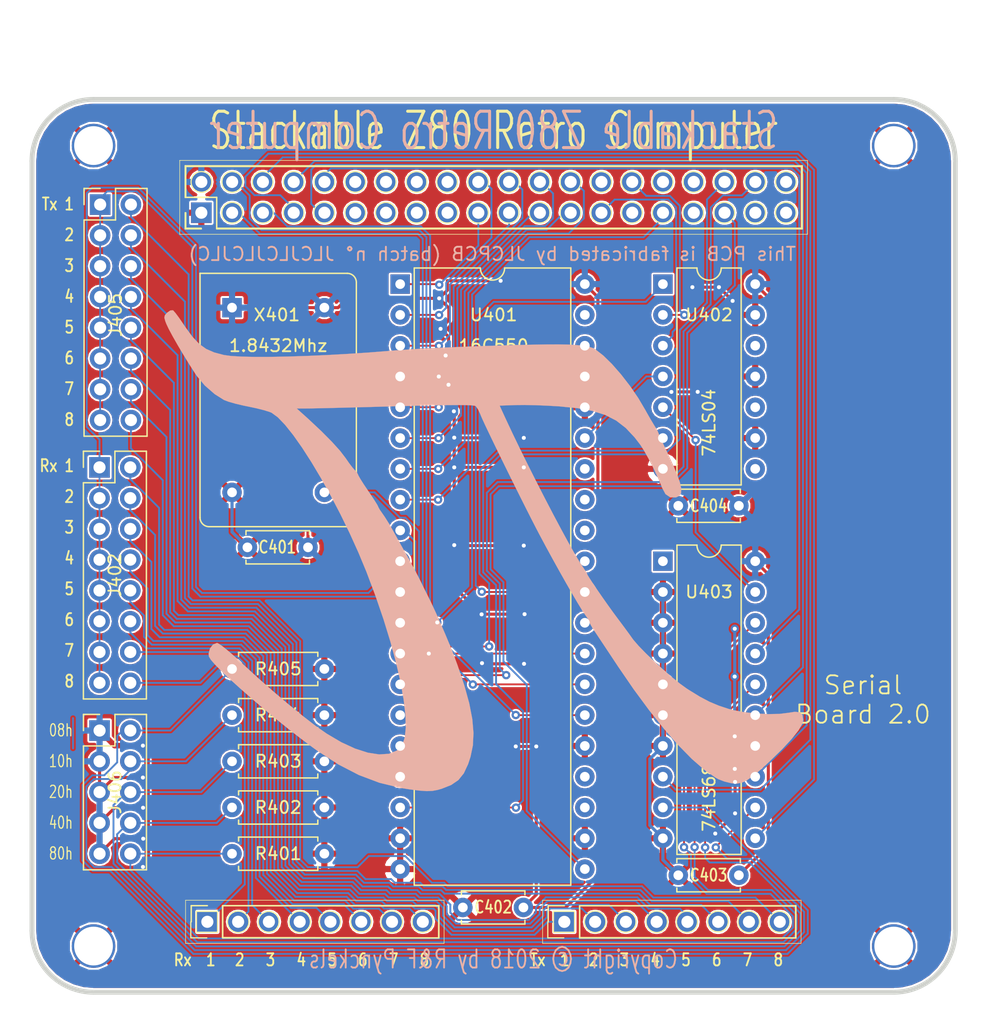
<source format=kicad_pcb>
(kicad_pcb (version 20171130) (host pcbnew "(5.0.1)-3")
  (title_block (title "S80 - Stackable Z80") (date 2018-10-22) (rev 1.0) (comment 1 "Copyright (c) 2018 by R&F Pynckels"))
  (layers (0 F.Cu signal) (31 B.Cu signal) (34 B.Paste user) (35 F.Paste user) (36 B.SilkS user) (37 F.SilkS user) (38 B.Mask user) (39 F.Mask user) (44 Edge.Cuts user))
  (net 0 "")
  (net 1 VCC)
  (net 2 GND)
  (net 3 /Memory/A0)
  (net 4 /Memory/A1)
  (net 5 /Memory/A2)
  (net 6 /Memory/A3)
  (net 7 /Memory/A4)
  (net 8 /Memory/A5)
  (net 9 /Memory/A6)
  (net 10 /Memory/A7)
  (net 11 /Memory/D0)
  (net 12 /Memory/D1)
  (net 13 /Memory/D2)
  (net 14 /Memory/D3)
  (net 15 /Memory/D4)
  (net 16 /Memory/D5)
  (net 17 /Memory/D6)
  (net 18 /Memory/D7)
  (net 19 /Memory/C8)
  (net 20 /Memory/C9)
  (net 21 /Processor/C0)
  (net 22 /Processor/C3)
  (net 23 /Processor/C4)
  (net 24 /Processor/C11)
  (net 25 /Processor/Rx)
  (net 26 /Processor/Tx)
  (net 27 "Net-(J401-Pad8)")
  (net 28 "Net-(J401-Pad7)")
  (net 29 "Net-(J401-Pad6)")
  (net 30 "Net-(J401-Pad5)")
  (net 31 "Net-(J401-Pad4)")
  (net 32 "Net-(J401-Pad3)")
  (net 33 "Net-(J401-Pad2)")
  (net 34 "Net-(J401-Pad1)")
  (net 35 "Net-(J404-Pad1)")
  (net 36 "Net-(J404-Pad2)")
  (net 37 "Net-(J404-Pad3)")
  (net 38 "Net-(J404-Pad4)")
  (net 39 "Net-(J404-Pad5)")
  (net 40 "Net-(J404-Pad6)")
  (net 41 "Net-(J404-Pad7)")
  (net 42 "Net-(J404-Pad8)")
  (net 43 "Net-(U401-Pad15)")
  (net 44 "Net-(U401-Pad30)")
  (net 45 "Net-(U401-Pad13)")
  (net 46 "Net-(U401-Pad35)")
  (net 47 "Net-(U401-Pad16)")
  (net 48 "Net-(U402-Pad5)")
  (net 49 "Net-(J406-Pad2)")
  (net 50 "Net-(J406-Pad4)")
  (net 51 "Net-(J406-Pad6)")
  (net 52 "Net-(J406-Pad8)")
  (net 53 "Net-(J406-Pad10)")
  (net 54 "Net-(J704-Pad3)")
  (module Connector_PinSocket_2.54mm:PinSocket_1x08_P2.54mm_Vertical (layer F.Cu) (at 75.43292 91.97848 90)
    (fp_text reference J401 hide)
    (fp_text value 01x08)
    (pad 8 thru_hole oval (at 0 17.78 90) (size 1.7 1.7) (drill 1) (layers *.Cu *.Mask) (net 27 "Net-(J401-Pad8)"))
    (pad 7 thru_hole oval (at 0 15.24 90) (size 1.7 1.7) (drill 1) (layers *.Cu *.Mask) (net 28 "Net-(J401-Pad7)"))
    (pad 6 thru_hole oval (at 0 12.7 90) (size 1.7 1.7) (drill 1) (layers *.Cu *.Mask) (net 29 "Net-(J401-Pad6)"))
    (pad 5 thru_hole oval (at 0 10.16 90) (size 1.7 1.7) (drill 1) (layers *.Cu *.Mask) (net 30 "Net-(J401-Pad5)"))
    (pad 4 thru_hole oval (at 0 7.62 90) (size 1.7 1.7) (drill 1) (layers *.Cu *.Mask) (net 31 "Net-(J401-Pad4)"))
    (pad 3 thru_hole oval (at 0 5.08 90) (size 1.7 1.7) (drill 1) (layers *.Cu *.Mask) (net 32 "Net-(J401-Pad3)"))
    (pad 2 thru_hole oval (at 0 2.54 90) (size 1.7 1.7) (drill 1) (layers *.Cu *.Mask) (net 33 "Net-(J401-Pad2)"))
    (pad 1 thru_hole rect (at 0 0 90) (size 1.7 1.7) (drill 1) (layers *.Cu *.Mask) (net 34 "Net-(J401-Pad1)"))
  )
  (module Pynckels:PinSocket_2x20_P2.54mm_Vertical (layer F.Cu) (at 74.93762 33.47974 90)
    (fp_text reference J403 hide)
    (fp_text value 02x20 hide)
    (pad 40 thru_hole oval (at 2.54 48.26 90) (size 1.7 1.7) (drill 1) (layers *.Cu *.Mask))
    (pad 39 thru_hole oval (at 0 48.26 90) (size 1.7 1.7) (drill 1) (layers *.Cu *.Mask))
    (pad 38 thru_hole oval (at 2.54 45.72 90) (size 1.7 1.7) (drill 1) (layers *.Cu *.Mask) (net 24 /Processor/C11))
    (pad 37 thru_hole oval (at 0 45.72 90) (size 1.7 1.7) (drill 1) (layers *.Cu *.Mask))
    (pad 36 thru_hole oval (at 2.54 43.18 90) (size 1.7 1.7) (drill 1) (layers *.Cu *.Mask) (net 20 /Memory/C9))
    (pad 35 thru_hole oval (at 0 43.18 90) (size 1.7 1.7) (drill 1) (layers *.Cu *.Mask) (net 19 /Memory/C8))
    (pad 34 thru_hole oval (at 2.54 40.64 90) (size 1.7 1.7) (drill 1) (layers *.Cu *.Mask))
    (pad 33 thru_hole oval (at 0 40.64 90) (size 1.7 1.7) (drill 1) (layers *.Cu *.Mask))
    (pad 32 thru_hole oval (at 2.54 38.1 90) (size 1.7 1.7) (drill 1) (layers *.Cu *.Mask))
    (pad 31 thru_hole oval (at 0 38.1 90) (size 1.7 1.7) (drill 1) (layers *.Cu *.Mask) (net 23 /Processor/C4))
    (pad 30 thru_hole oval (at 2.54 35.56 90) (size 1.7 1.7) (drill 1) (layers *.Cu *.Mask) (net 22 /Processor/C3))
    (pad 29 thru_hole oval (at 0 35.56 90) (size 1.7 1.7) (drill 1) (layers *.Cu *.Mask))
    (pad 28 thru_hole oval (at 2.54 33.02 90) (size 1.7 1.7) (drill 1) (layers *.Cu *.Mask))
    (pad 27 thru_hole oval (at 0 33.02 90) (size 1.7 1.7) (drill 1) (layers *.Cu *.Mask) (net 21 /Processor/C0))
    (pad 26 thru_hole oval (at 2.54 30.48 90) (size 1.7 1.7) (drill 1) (layers *.Cu *.Mask) (net 18 /Memory/D7))
    (pad 25 thru_hole oval (at 0 30.48 90) (size 1.7 1.7) (drill 1) (layers *.Cu *.Mask) (net 17 /Memory/D6))
    (pad 24 thru_hole oval (at 2.54 27.94 90) (size 1.7 1.7) (drill 1) (layers *.Cu *.Mask) (net 16 /Memory/D5))
    (pad 23 thru_hole oval (at 0 27.94 90) (size 1.7 1.7) (drill 1) (layers *.Cu *.Mask) (net 15 /Memory/D4))
    (pad 22 thru_hole oval (at 2.54 25.4 90) (size 1.7 1.7) (drill 1) (layers *.Cu *.Mask) (net 14 /Memory/D3))
    (pad 21 thru_hole oval (at 0 25.4 90) (size 1.7 1.7) (drill 1) (layers *.Cu *.Mask) (net 13 /Memory/D2))
    (pad 20 thru_hole oval (at 2.54 22.86 90) (size 1.7 1.7) (drill 1) (layers *.Cu *.Mask) (net 12 /Memory/D1))
    (pad 19 thru_hole oval (at 0 22.86 90) (size 1.7 1.7) (drill 1) (layers *.Cu *.Mask) (net 11 /Memory/D0))
    (pad 18 thru_hole oval (at 2.54 20.32 90) (size 1.7 1.7) (drill 1) (layers *.Cu *.Mask))
    (pad 17 thru_hole oval (at 0 20.32 90) (size 1.7 1.7) (drill 1) (layers *.Cu *.Mask))
    (pad 16 thru_hole oval (at 2.54 17.78 90) (size 1.7 1.7) (drill 1) (layers *.Cu *.Mask))
    (pad 15 thru_hole oval (at 0 17.78 90) (size 1.7 1.7) (drill 1) (layers *.Cu *.Mask))
    (pad 14 thru_hole oval (at 2.54 15.24 90) (size 1.7 1.7) (drill 1) (layers *.Cu *.Mask))
    (pad 13 thru_hole oval (at 0 15.24 90) (size 1.7 1.7) (drill 1) (layers *.Cu *.Mask))
    (pad 12 thru_hole oval (at 2.54 12.7 90) (size 1.7 1.7) (drill 1) (layers *.Cu *.Mask))
    (pad 11 thru_hole oval (at 0 12.7 90) (size 1.7 1.7) (drill 1) (layers *.Cu *.Mask))
    (pad 10 thru_hole oval (at 2.54 10.16 90) (size 1.7 1.7) (drill 1) (layers *.Cu *.Mask) (net 10 /Memory/A7))
    (pad 9 thru_hole oval (at 0 10.16 90) (size 1.7 1.7) (drill 1) (layers *.Cu *.Mask) (net 9 /Memory/A6))
    (pad 8 thru_hole oval (at 2.54 7.62 90) (size 1.7 1.7) (drill 1) (layers *.Cu *.Mask) (net 8 /Memory/A5))
    (pad 7 thru_hole oval (at 0 7.62 90) (size 1.7 1.7) (drill 1) (layers *.Cu *.Mask) (net 7 /Memory/A4))
    (pad 6 thru_hole oval (at 2.54 5.08 90) (size 1.7 1.7) (drill 1) (layers *.Cu *.Mask) (net 6 /Memory/A3))
    (pad 5 thru_hole oval (at 0 5.08 90) (size 1.7 1.7) (drill 1) (layers *.Cu *.Mask) (net 5 /Memory/A2))
    (pad 4 thru_hole oval (at 2.54 2.54 90) (size 1.7 1.7) (drill 1) (layers *.Cu *.Mask) (net 4 /Memory/A1))
    (pad 3 thru_hole oval (at 0 2.54 90) (size 1.7 1.7) (drill 1) (layers *.Cu *.Mask) (net 3 /Memory/A0))
    (pad 2 thru_hole oval (at 2.54 0 90) (size 1.7 1.7) (drill 1) (layers *.Cu *.Mask) (net 1 VCC))
    (pad 1 thru_hole rect (at 0 0 90) (size 1.7 1.7) (drill 1) (layers *.Cu *.Mask) (net 2 GND))
  )
  (module Connector_PinSocket_2.54mm:PinSocket_1x08_P2.54mm_Vertical (layer F.Cu) (at 104.89438 91.98356 90)
    (fp_text reference J404 hide)
    (fp_text value 01x08)
    (pad 1 thru_hole rect (at 0 0 90) (size 1.7 1.7) (drill 1) (layers *.Cu *.Mask) (net 35 "Net-(J404-Pad1)"))
    (pad 2 thru_hole oval (at 0 2.54 90) (size 1.7 1.7) (drill 1) (layers *.Cu *.Mask) (net 36 "Net-(J404-Pad2)"))
    (pad 3 thru_hole oval (at 0 5.08 90) (size 1.7 1.7) (drill 1) (layers *.Cu *.Mask) (net 37 "Net-(J404-Pad3)"))
    (pad 4 thru_hole oval (at 0 7.62 90) (size 1.7 1.7) (drill 1) (layers *.Cu *.Mask) (net 38 "Net-(J404-Pad4)"))
    (pad 5 thru_hole oval (at 0 10.16 90) (size 1.7 1.7) (drill 1) (layers *.Cu *.Mask) (net 39 "Net-(J404-Pad5)"))
    (pad 6 thru_hole oval (at 0 12.7 90) (size 1.7 1.7) (drill 1) (layers *.Cu *.Mask) (net 40 "Net-(J404-Pad6)"))
    (pad 7 thru_hole oval (at 0 15.24 90) (size 1.7 1.7) (drill 1) (layers *.Cu *.Mask) (net 41 "Net-(J404-Pad7)"))
    (pad 8 thru_hole oval (at 0 17.78 90) (size 1.7 1.7) (drill 1) (layers *.Cu *.Mask) (net 42 "Net-(J404-Pad8)"))
  )
  (module Connector_PinHeader_2.54mm:PinHeader_2x05_P2.54mm_Vertical (layer F.Cu) (at 66.53784 76.2)
    (fp_text reference J406 (at 1.27254 5.08762 90) (layer F.SilkS))
    (fp_text value 02x05)
    (pad 1 thru_hole rect (at 0 0) (size 1.7 1.7) (drill 1) (layers *.Cu *.Mask) (net 1 VCC))
    (pad 2 thru_hole oval (at 2.54 0) (size 1.7 1.7) (drill 1) (layers *.Cu *.Mask) (net 49 "Net-(J406-Pad2)"))
    (pad 3 thru_hole oval (at 0 2.54) (size 1.7 1.7) (drill 1) (layers *.Cu *.Mask) (net 1 VCC))
    (pad 4 thru_hole oval (at 2.54 2.54) (size 1.7 1.7) (drill 1) (layers *.Cu *.Mask) (net 50 "Net-(J406-Pad4)"))
    (pad 5 thru_hole oval (at 0 5.08) (size 1.7 1.7) (drill 1) (layers *.Cu *.Mask) (net 1 VCC))
    (pad 6 thru_hole oval (at 2.54 5.08) (size 1.7 1.7) (drill 1) (layers *.Cu *.Mask) (net 51 "Net-(J406-Pad6)"))
    (pad 7 thru_hole oval (at 0 7.62) (size 1.7 1.7) (drill 1) (layers *.Cu *.Mask) (net 1 VCC))
    (pad 8 thru_hole oval (at 2.54 7.62) (size 1.7 1.7) (drill 1) (layers *.Cu *.Mask) (net 52 "Net-(J406-Pad8)"))
    (pad 9 thru_hole oval (at 0 10.16) (size 1.7 1.7) (drill 1) (layers *.Cu *.Mask) (net 1 VCC))
    (pad 10 thru_hole oval (at 2.54 10.16) (size 1.7 1.7) (drill 1) (layers *.Cu *.Mask) (net 53 "Net-(J406-Pad10)"))
  )
  (module Capacitor_THT:C_Disc_D5.0mm_W2.5mm_P5.00mm (layer F.Cu) (at 78.74 61.087)
    (fp_text reference C401 (at 2.469879 -0.015841) (layer F.SilkS) (effects (font (size 1 0.8))))
    (fp_text value 100pf)
    (pad 1 thru_hole circle (at 0 0) (size 1.6 1.6) (drill 0.8) (layers *.Cu *.Mask) (net 2 GND))
    (pad 2 thru_hole circle (at 5 0) (size 1.6 1.6) (drill 0.8) (layers *.Cu *.Mask) (net 1 VCC))
  )
  (module Capacitor_THT:C_Disc_D5.0mm_W2.5mm_P5.00mm (layer F.Cu) (at 96.52 90.79738)
    (fp_text reference C402 (at 2.508339 -0.026821) (layer F.SilkS) (effects (font (size 1 0.8))))
    (fp_text value 100pf)
    (pad 2 thru_hole circle (at 5 0) (size 1.6 1.6) (drill 0.8) (layers *.Cu *.Mask) (net 1 VCC))
    (pad 1 thru_hole circle (at 0 0) (size 1.6 1.6) (drill 0.8) (layers *.Cu *.Mask) (net 2 GND))
  )
  (module Capacitor_THT:C_Disc_D5.0mm_W2.5mm_P5.00mm (layer F.Cu) (at 114.3 88.138)
    (fp_text reference C403 (at 2.500319 -0.004081) (layer F.SilkS) (effects (font (size 1 0.8))))
    (fp_text value 100pf)
    (pad 1 thru_hole circle (at 0 0) (size 1.6 1.6) (drill 0.8) (layers *.Cu *.Mask) (net 2 GND))
    (pad 2 thru_hole circle (at 5 0) (size 1.6 1.6) (drill 0.8) (layers *.Cu *.Mask) (net 1 VCC))
  )
  (module Capacitor_THT:C_Disc_D5.0mm_W2.5mm_P5.00mm (layer F.Cu) (at 114.3 57.658)
    (fp_text reference C404 (at 2.497779 0.004079) (layer F.SilkS) (effects (font (size 1 0.8))))
    (fp_text value 100pf)
    (pad 2 thru_hole circle (at 5 0) (size 1.6 1.6) (drill 0.8) (layers *.Cu *.Mask) (net 1 VCC))
    (pad 1 thru_hole circle (at 0 0) (size 1.6 1.6) (drill 0.8) (layers *.Cu *.Mask) (net 2 GND))
  )
  (module Pynckels:MountingHole_3.2mm_Via (layer F.Cu) (at 66.04 27.94)
    (fp_text reference H401 hide)
    (fp_text value Mh_Pad hide)
    (pad 1 thru_hole circle (at 0 0) (size 3.6 3.6) (drill 3.2) (layers *.Cu *.Mask) (net 2 GND))
  )
  (module Pynckels:MountingHole_3.2mm_Via (layer F.Cu) (at 132.08 27.94)
    (fp_text reference H402 hide)
    (fp_text value Mh_Pad hide)
    (pad 1 thru_hole circle (at 0 0) (size 3.6 3.6) (drill 3.2) (layers *.Cu *.Mask) (net 2 GND))
  )
  (module Pynckels:MountingHole_3.2mm_Via (layer F.Cu) (at 66.04 93.98)
    (fp_text reference H403 hide)
    (fp_text value Mh_Pad hide)
    (pad 1 thru_hole circle (at 0 0) (size 3.6 3.6) (drill 3.2) (layers *.Cu *.Mask) (net 2 GND))
  )
  (module Pynckels:MountingHole_3.2mm_Via (layer F.Cu) (at 132.08 93.98)
    (fp_text reference H404 hide)
    (fp_text value Mh_Pad hide)
    (pad 1 thru_hole circle (at 0 0) (size 3.6 3.6) (drill 3.2) (layers *.Cu *.Mask) (net 2 GND))
  )
  (module Connector_PinHeader_2.54mm:PinHeader_2x08_P2.54mm_Vertical (layer F.Cu) (at 66.53276 54.48554)
    (fp_text reference J402 (at 1.27 8.89254 90) (layer F.SilkS))
    (fp_text value 02x08)
    (pad 16 thru_hole oval (at 2.54 17.78) (size 1.7 1.7) (drill 1) (layers *.Cu *.Mask) (net 34 "Net-(J401-Pad1)"))
    (pad 15 thru_hole oval (at 0 17.78) (size 1.7 1.7) (drill 1) (layers *.Cu *.Mask) (net 25 /Processor/Rx))
    (pad 14 thru_hole oval (at 2.54 15.24) (size 1.7 1.7) (drill 1) (layers *.Cu *.Mask) (net 33 "Net-(J401-Pad2)"))
    (pad 13 thru_hole oval (at 0 15.24) (size 1.7 1.7) (drill 1) (layers *.Cu *.Mask) (net 25 /Processor/Rx))
    (pad 12 thru_hole oval (at 2.54 12.7) (size 1.7 1.7) (drill 1) (layers *.Cu *.Mask) (net 32 "Net-(J401-Pad3)"))
    (pad 11 thru_hole oval (at 0 12.7) (size 1.7 1.7) (drill 1) (layers *.Cu *.Mask) (net 25 /Processor/Rx))
    (pad 10 thru_hole oval (at 2.54 10.16) (size 1.7 1.7) (drill 1) (layers *.Cu *.Mask) (net 31 "Net-(J401-Pad4)"))
    (pad 9 thru_hole oval (at 0 10.16) (size 1.7 1.7) (drill 1) (layers *.Cu *.Mask) (net 25 /Processor/Rx))
    (pad 8 thru_hole oval (at 2.54 7.62) (size 1.7 1.7) (drill 1) (layers *.Cu *.Mask) (net 30 "Net-(J401-Pad5)"))
    (pad 7 thru_hole oval (at 0 7.62) (size 1.7 1.7) (drill 1) (layers *.Cu *.Mask) (net 25 /Processor/Rx))
    (pad 6 thru_hole oval (at 2.54 5.08) (size 1.7 1.7) (drill 1) (layers *.Cu *.Mask) (net 29 "Net-(J401-Pad6)"))
    (pad 5 thru_hole oval (at 0 5.08) (size 1.7 1.7) (drill 1) (layers *.Cu *.Mask) (net 25 /Processor/Rx))
    (pad 4 thru_hole oval (at 2.54 2.54) (size 1.7 1.7) (drill 1) (layers *.Cu *.Mask) (net 28 "Net-(J401-Pad7)"))
    (pad 3 thru_hole oval (at 0 2.54) (size 1.7 1.7) (drill 1) (layers *.Cu *.Mask) (net 25 /Processor/Rx))
    (pad 2 thru_hole oval (at 2.54 0) (size 1.7 1.7) (drill 1) (layers *.Cu *.Mask) (net 27 "Net-(J401-Pad8)"))
    (pad 1 thru_hole rect (at 0 0) (size 1.7 1.7) (drill 1) (layers *.Cu *.Mask) (net 25 /Processor/Rx))
  )
  (module Connector_PinHeader_2.54mm:PinHeader_2x08_P2.54mm_Vertical (layer F.Cu) (at 66.5861 32.80664)
    (fp_text reference J405 (at 1.27 9.10336 90) (layer F.SilkS))
    (fp_text value 02x08)
    (pad 1 thru_hole rect (at 0 0) (size 1.7 1.7) (drill 1) (layers *.Cu *.Mask) (net 26 /Processor/Tx))
    (pad 2 thru_hole oval (at 2.54 0) (size 1.7 1.7) (drill 1) (layers *.Cu *.Mask) (net 42 "Net-(J404-Pad8)"))
    (pad 3 thru_hole oval (at 0 2.54) (size 1.7 1.7) (drill 1) (layers *.Cu *.Mask) (net 26 /Processor/Tx))
    (pad 4 thru_hole oval (at 2.54 2.54) (size 1.7 1.7) (drill 1) (layers *.Cu *.Mask) (net 41 "Net-(J404-Pad7)"))
    (pad 5 thru_hole oval (at 0 5.08) (size 1.7 1.7) (drill 1) (layers *.Cu *.Mask) (net 26 /Processor/Tx))
    (pad 6 thru_hole oval (at 2.54 5.08) (size 1.7 1.7) (drill 1) (layers *.Cu *.Mask) (net 40 "Net-(J404-Pad6)"))
    (pad 7 thru_hole oval (at 0 7.62) (size 1.7 1.7) (drill 1) (layers *.Cu *.Mask) (net 26 /Processor/Tx))
    (pad 8 thru_hole oval (at 2.54 7.62) (size 1.7 1.7) (drill 1) (layers *.Cu *.Mask) (net 39 "Net-(J404-Pad5)"))
    (pad 9 thru_hole oval (at 0 10.16) (size 1.7 1.7) (drill 1) (layers *.Cu *.Mask) (net 26 /Processor/Tx))
    (pad 10 thru_hole oval (at 2.54 10.16) (size 1.7 1.7) (drill 1) (layers *.Cu *.Mask) (net 38 "Net-(J404-Pad4)"))
    (pad 11 thru_hole oval (at 0 12.7) (size 1.7 1.7) (drill 1) (layers *.Cu *.Mask) (net 26 /Processor/Tx))
    (pad 12 thru_hole oval (at 2.54 12.7) (size 1.7 1.7) (drill 1) (layers *.Cu *.Mask) (net 37 "Net-(J404-Pad3)"))
    (pad 13 thru_hole oval (at 0 15.24) (size 1.7 1.7) (drill 1) (layers *.Cu *.Mask) (net 26 /Processor/Tx))
    (pad 14 thru_hole oval (at 2.54 15.24) (size 1.7 1.7) (drill 1) (layers *.Cu *.Mask) (net 36 "Net-(J404-Pad2)"))
    (pad 15 thru_hole oval (at 0 17.78) (size 1.7 1.7) (drill 1) (layers *.Cu *.Mask) (net 26 /Processor/Tx))
    (pad 16 thru_hole oval (at 2.54 17.78) (size 1.7 1.7) (drill 1) (layers *.Cu *.Mask) (net 35 "Net-(J404-Pad1)"))
  )
  (module Resistor_THT:R_Axial_DIN0207_L6.3mm_D2.5mm_P7.62mm_Horizontal (layer F.Cu) (at 77.47 86.36)
    (fp_text reference R401 (at 3.81 0) (layer F.SilkS))
    (fp_text value "5K 5%")
    (pad 2 thru_hole oval (at 7.62 0) (size 1.6 1.6) (drill 0.8) (layers *.Cu *.Mask) (net 2 GND))
    (pad 1 thru_hole circle (at 0 0) (size 1.6 1.6) (drill 0.8) (layers *.Cu *.Mask) (net 53 "Net-(J406-Pad10)"))
  )
  (module Resistor_THT:R_Axial_DIN0207_L6.3mm_D2.5mm_P7.62mm_Horizontal (layer F.Cu) (at 77.47 82.55)
    (fp_text reference R402 (at 3.81 0) (layer F.SilkS))
    (fp_text value "5K 5%")
    (pad 1 thru_hole circle (at 0 0) (size 1.6 1.6) (drill 0.8) (layers *.Cu *.Mask) (net 52 "Net-(J406-Pad8)"))
    (pad 2 thru_hole oval (at 7.62 0) (size 1.6 1.6) (drill 0.8) (layers *.Cu *.Mask) (net 2 GND))
  )
  (module Resistor_THT:R_Axial_DIN0207_L6.3mm_D2.5mm_P7.62mm_Horizontal (layer F.Cu) (at 77.47 78.74)
    (fp_text reference R403 (at 3.81 0) (layer F.SilkS))
    (fp_text value "5K 5%")
    (pad 1 thru_hole circle (at 0 0) (size 1.6 1.6) (drill 0.8) (layers *.Cu *.Mask) (net 51 "Net-(J406-Pad6)"))
    (pad 2 thru_hole oval (at 7.62 0) (size 1.6 1.6) (drill 0.8) (layers *.Cu *.Mask) (net 2 GND))
  )
  (module Resistor_THT:R_Axial_DIN0207_L6.3mm_D2.5mm_P7.62mm_Horizontal (layer F.Cu) (at 77.47 74.93)
    (fp_text reference R404 (at 3.81 0) (layer F.SilkS))
    (fp_text value "5K 5%")
    (pad 2 thru_hole oval (at 7.62 0) (size 1.6 1.6) (drill 0.8) (layers *.Cu *.Mask) (net 2 GND))
    (pad 1 thru_hole circle (at 0 0) (size 1.6 1.6) (drill 0.8) (layers *.Cu *.Mask) (net 50 "Net-(J406-Pad4)"))
  )
  (module Resistor_THT:R_Axial_DIN0207_L6.3mm_D2.5mm_P7.62mm_Horizontal (layer F.Cu) (at 77.47 71.12)
    (fp_text reference R405 (at 3.81 0) (layer F.SilkS))
    (fp_text value "5K 5%")
    (pad 1 thru_hole circle (at 0 0) (size 1.6 1.6) (drill 0.8) (layers *.Cu *.Mask) (net 49 "Net-(J406-Pad2)"))
    (pad 2 thru_hole oval (at 7.62 0) (size 1.6 1.6) (drill 0.8) (layers *.Cu *.Mask) (net 2 GND))
  )
  (module Package_DIP:DIP-40_W15.24mm (layer F.Cu) (at 91.34602 39.37)
    (fp_text reference U401 (at 7.71398 2.54) (layer F.SilkS))
    (fp_text value 16C550 (at 7.71398 5.08) (layer F.SilkS))
    (pad 1 thru_hole rect (at 0 0) (size 1.6 1.6) (drill 0.8) (layers *.Cu *.Mask) (net 11 /Memory/D0))
    (pad 21 thru_hole oval (at 15.24 48.26) (size 1.6 1.6) (drill 0.8) (layers *.Cu *.Mask) (net 19 /Memory/C8))
    (pad 2 thru_hole oval (at 0 2.54) (size 1.6 1.6) (drill 0.8) (layers *.Cu *.Mask) (net 12 /Memory/D1))
    (pad 22 thru_hole oval (at 15.24 45.72) (size 1.6 1.6) (drill 0.8) (layers *.Cu *.Mask) (net 2 GND))
    (pad 3 thru_hole oval (at 0 5.08) (size 1.6 1.6) (drill 0.8) (layers *.Cu *.Mask) (net 13 /Memory/D2))
    (pad 23 thru_hole oval (at 15.24 43.18) (size 1.6 1.6) (drill 0.8) (layers *.Cu *.Mask))
    (pad 4 thru_hole oval (at 0 7.62) (size 1.6 1.6) (drill 0.8) (layers *.Cu *.Mask) (net 14 /Memory/D3))
    (pad 24 thru_hole oval (at 15.24 40.64) (size 1.6 1.6) (drill 0.8) (layers *.Cu *.Mask))
    (pad 5 thru_hole oval (at 0 10.16) (size 1.6 1.6) (drill 0.8) (layers *.Cu *.Mask) (net 15 /Memory/D4))
    (pad 25 thru_hole oval (at 15.24 38.1) (size 1.6 1.6) (drill 0.8) (layers *.Cu *.Mask) (net 2 GND))
    (pad 6 thru_hole oval (at 0 12.7) (size 1.6 1.6) (drill 0.8) (layers *.Cu *.Mask) (net 16 /Memory/D5))
    (pad 26 thru_hole oval (at 15.24 35.56) (size 1.6 1.6) (drill 0.8) (layers *.Cu *.Mask) (net 5 /Memory/A2))
    (pad 7 thru_hole oval (at 0 15.24) (size 1.6 1.6) (drill 0.8) (layers *.Cu *.Mask) (net 17 /Memory/D6))
    (pad 27 thru_hole oval (at 15.24 33.02) (size 1.6 1.6) (drill 0.8) (layers *.Cu *.Mask) (net 4 /Memory/A1))
    (pad 8 thru_hole oval (at 0 17.78) (size 1.6 1.6) (drill 0.8) (layers *.Cu *.Mask) (net 18 /Memory/D7))
    (pad 28 thru_hole oval (at 15.24 30.48) (size 1.6 1.6) (drill 0.8) (layers *.Cu *.Mask) (net 3 /Memory/A0))
    (pad 9 thru_hole oval (at 0 20.32) (size 1.6 1.6) (drill 0.8) (layers *.Cu *.Mask) (net 43 "Net-(U401-Pad15)"))
    (pad 29 thru_hole oval (at 15.24 27.94) (size 1.6 1.6) (drill 0.8) (layers *.Cu *.Mask))
    (pad 10 thru_hole oval (at 0 22.86) (size 1.6 1.6) (drill 0.8) (layers *.Cu *.Mask) (net 25 /Processor/Rx))
    (pad 30 thru_hole oval (at 15.24 25.4) (size 1.6 1.6) (drill 0.8) (layers *.Cu *.Mask) (net 44 "Net-(U401-Pad30)"))
    (pad 11 thru_hole oval (at 0 25.4) (size 1.6 1.6) (drill 0.8) (layers *.Cu *.Mask) (net 26 /Processor/Tx))
    (pad 31 thru_hole oval (at 15.24 22.86) (size 1.6 1.6) (drill 0.8) (layers *.Cu *.Mask))
    (pad 12 thru_hole oval (at 0 27.94) (size 1.6 1.6) (drill 0.8) (layers *.Cu *.Mask) (net 23 /Processor/C4))
    (pad 32 thru_hole oval (at 15.24 20.32) (size 1.6 1.6) (drill 0.8) (layers *.Cu *.Mask))
    (pad 13 thru_hole oval (at 0 30.48) (size 1.6 1.6) (drill 0.8) (layers *.Cu *.Mask) (net 45 "Net-(U401-Pad13)"))
    (pad 33 thru_hole oval (at 15.24 17.78) (size 1.6 1.6) (drill 0.8) (layers *.Cu *.Mask))
    (pad 14 thru_hole oval (at 0 33.02) (size 1.6 1.6) (drill 0.8) (layers *.Cu *.Mask) (net 24 /Processor/C11))
    (pad 34 thru_hole oval (at 15.24 15.24) (size 1.6 1.6) (drill 0.8) (layers *.Cu *.Mask))
    (pad 15 thru_hole oval (at 0 35.56) (size 1.6 1.6) (drill 0.8) (layers *.Cu *.Mask) (net 43 "Net-(U401-Pad15)"))
    (pad 35 thru_hole oval (at 15.24 12.7) (size 1.6 1.6) (drill 0.8) (layers *.Cu *.Mask) (net 46 "Net-(U401-Pad35)"))
    (pad 16 thru_hole oval (at 0 38.1) (size 1.6 1.6) (drill 0.8) (layers *.Cu *.Mask) (net 47 "Net-(U401-Pad16)"))
    (pad 36 thru_hole oval (at 15.24 10.16) (size 1.6 1.6) (drill 0.8) (layers *.Cu *.Mask) (net 2 GND))
    (pad 17 thru_hole oval (at 0 40.64) (size 1.6 1.6) (drill 0.8) (layers *.Cu *.Mask))
    (pad 37 thru_hole oval (at 15.24 7.62) (size 1.6 1.6) (drill 0.8) (layers *.Cu *.Mask))
    (pad 18 thru_hole oval (at 0 43.18) (size 1.6 1.6) (drill 0.8) (layers *.Cu *.Mask) (net 20 /Memory/C9))
    (pad 38 thru_hole oval (at 15.24 5.08) (size 1.6 1.6) (drill 0.8) (layers *.Cu *.Mask))
    (pad 19 thru_hole oval (at 0 45.72) (size 1.6 1.6) (drill 0.8) (layers *.Cu *.Mask) (net 2 GND))
    (pad 39 thru_hole oval (at 15.24 2.54) (size 1.6 1.6) (drill 0.8) (layers *.Cu *.Mask))
    (pad 20 thru_hole oval (at 0 48.26) (size 1.6 1.6) (drill 0.8) (layers *.Cu *.Mask) (net 2 GND))
    (pad 40 thru_hole oval (at 15.24 0) (size 1.6 1.6) (drill 0.8) (layers *.Cu *.Mask) (net 1 VCC))
  )
  (module Package_DIP:DIP-14_W7.62mm (layer F.Cu) (at 113.03 39.37)
    (fp_text reference U402 (at 3.81 2.54) (layer F.SilkS))
    (fp_text value 74LS04 (at 3.81 11.43 90) (layer F.SilkS))
    (pad 14 thru_hole oval (at 7.62 0) (size 1.6 1.6) (drill 0.8) (layers *.Cu *.Mask) (net 1 VCC))
    (pad 7 thru_hole oval (at 0 15.24) (size 1.6 1.6) (drill 0.8) (layers *.Cu *.Mask) (net 2 GND))
    (pad 13 thru_hole oval (at 7.62 2.54) (size 1.6 1.6) (drill 0.8) (layers *.Cu *.Mask) (net 2 GND))
    (pad 6 thru_hole oval (at 0 12.7) (size 1.6 1.6) (drill 0.8) (layers *.Cu *.Mask) (net 45 "Net-(U401-Pad13)"))
    (pad 12 thru_hole oval (at 7.62 5.08) (size 1.6 1.6) (drill 0.8) (layers *.Cu *.Mask))
    (pad 5 thru_hole oval (at 0 10.16) (size 1.6 1.6) (drill 0.8) (layers *.Cu *.Mask) (net 48 "Net-(U402-Pad5)"))
    (pad 11 thru_hole oval (at 7.62 7.62) (size 1.6 1.6) (drill 0.8) (layers *.Cu *.Mask) (net 2 GND))
    (pad 4 thru_hole oval (at 0 7.62) (size 1.6 1.6) (drill 0.8) (layers *.Cu *.Mask) (net 46 "Net-(U401-Pad35)"))
    (pad 10 thru_hole oval (at 7.62 10.16) (size 1.6 1.6) (drill 0.8) (layers *.Cu *.Mask))
    (pad 3 thru_hole oval (at 0 5.08) (size 1.6 1.6) (drill 0.8) (layers *.Cu *.Mask) (net 21 /Processor/C0))
    (pad 9 thru_hole oval (at 7.62 12.7) (size 1.6 1.6) (drill 0.8) (layers *.Cu *.Mask) (net 2 GND))
    (pad 2 thru_hole oval (at 0 2.54) (size 1.6 1.6) (drill 0.8) (layers *.Cu *.Mask) (net 22 /Processor/C3))
    (pad 8 thru_hole oval (at 7.62 15.24) (size 1.6 1.6) (drill 0.8) (layers *.Cu *.Mask))
    (pad 1 thru_hole rect (at 0 0) (size 1.6 1.6) (drill 0.8) (layers *.Cu *.Mask) (net 44 "Net-(U401-Pad30)"))
  )
  (module Package_DIP:DIP-20_W7.62mm (layer F.Cu) (at 113.03 62.23)
    (fp_text reference U403 (at 3.81 2.54) (layer F.SilkS))
    (fp_text value 74LS682 (at 3.81 19.05 90) (layer F.SilkS))
    (pad 1 thru_hole rect (at 0 0) (size 1.6 1.6) (drill 0.8) (layers *.Cu *.Mask))
    (pad 11 thru_hole oval (at 7.62 22.86) (size 1.6 1.6) (drill 0.8) (layers *.Cu *.Mask) (net 7 /Memory/A4))
    (pad 2 thru_hole oval (at 0 2.54) (size 1.6 1.6) (drill 0.8) (layers *.Cu *.Mask) (net 2 GND))
    (pad 12 thru_hole oval (at 7.62 20.32) (size 1.6 1.6) (drill 0.8) (layers *.Cu *.Mask) (net 50 "Net-(J406-Pad4)"))
    (pad 3 thru_hole oval (at 0 5.08) (size 1.6 1.6) (drill 0.8) (layers *.Cu *.Mask) (net 2 GND))
    (pad 13 thru_hole oval (at 7.62 17.78) (size 1.6 1.6) (drill 0.8) (layers *.Cu *.Mask) (net 8 /Memory/A5))
    (pad 4 thru_hole oval (at 0 7.62) (size 1.6 1.6) (drill 0.8) (layers *.Cu *.Mask) (net 2 GND))
    (pad 14 thru_hole oval (at 7.62 15.24) (size 1.6 1.6) (drill 0.8) (layers *.Cu *.Mask) (net 51 "Net-(J406-Pad6)"))
    (pad 5 thru_hole oval (at 0 10.16) (size 1.6 1.6) (drill 0.8) (layers *.Cu *.Mask) (net 2 GND))
    (pad 15 thru_hole oval (at 7.62 12.7) (size 1.6 1.6) (drill 0.8) (layers *.Cu *.Mask) (net 9 /Memory/A6))
    (pad 6 thru_hole oval (at 0 12.7) (size 1.6 1.6) (drill 0.8) (layers *.Cu *.Mask) (net 2 GND))
    (pad 16 thru_hole oval (at 7.62 10.16) (size 1.6 1.6) (drill 0.8) (layers *.Cu *.Mask) (net 52 "Net-(J406-Pad8)"))
    (pad 7 thru_hole oval (at 0 15.24) (size 1.6 1.6) (drill 0.8) (layers *.Cu *.Mask) (net 2 GND))
    (pad 17 thru_hole oval (at 7.62 7.62) (size 1.6 1.6) (drill 0.8) (layers *.Cu *.Mask) (net 10 /Memory/A7))
    (pad 8 thru_hole oval (at 0 17.78) (size 1.6 1.6) (drill 0.8) (layers *.Cu *.Mask) (net 6 /Memory/A3))
    (pad 18 thru_hole oval (at 7.62 5.08) (size 1.6 1.6) (drill 0.8) (layers *.Cu *.Mask) (net 53 "Net-(J406-Pad10)"))
    (pad 9 thru_hole oval (at 0 20.32) (size 1.6 1.6) (drill 0.8) (layers *.Cu *.Mask) (net 49 "Net-(J406-Pad2)"))
    (pad 19 thru_hole oval (at 7.62 2.54) (size 1.6 1.6) (drill 0.8) (layers *.Cu *.Mask) (net 48 "Net-(U402-Pad5)"))
    (pad 10 thru_hole oval (at 0 22.86) (size 1.6 1.6) (drill 0.8) (layers *.Cu *.Mask) (net 2 GND))
    (pad 20 thru_hole oval (at 7.62 0) (size 1.6 1.6) (drill 0.8) (layers *.Cu *.Mask) (net 1 VCC))
  )
  (module Oscillator:Oscillator_DIP-14 (layer F.Cu) (at 77.47 41.31056 270)
    (fp_text reference X401 (at 0.59944 -3.70078) (layer F.SilkS))
    (fp_text value 1.8432Mhz (at 3.13944 -3.81) (layer F.SilkS))
    (pad 7 thru_hole circle (at 15.24 0 270) (size 1.6 1.6) (drill 0.8) (layers *.Cu *.Mask) (net 2 GND))
    (pad 8 thru_hole circle (at 15.24 -7.62 270) (size 1.6 1.6) (drill 0.8) (layers *.Cu *.Mask) (net 47 "Net-(U401-Pad16)"))
    (pad 14 thru_hole circle (at 0 -7.62 270) (size 1.6 1.6) (drill 0.8) (layers *.Cu *.Mask) (net 1 VCC))
    (pad 1 thru_hole rect (at 0 0 270) (size 1.6 1.6) (drill 0.8) (layers *.Cu *.Mask) (net 1 VCC))
  )
  (module Pynckels:pi (layer B.Cu) (at 99.06 60.96 180)
    (fp_text reference G*** hide)
    (fp_text value LOGO hide)
  )
  (gr_text "Rx 1" (at 64.516 54.356) (layer F.SilkS) (effects (font (size 1 0.8)) (justify right)))
  (gr_text 7 (at 64.516 69.596) (layer F.SilkS) (effects (font (size 1 0.8)) (justify right)))
  (gr_text 8 (at 64.516 72.136) (layer F.SilkS) (effects (font (size 1 0.8)) (justify right)))
  (gr_text 2 (at 64.516 56.896) (layer F.SilkS) (effects (font (size 1 0.8)) (justify right)))
  (gr_text 4 (at 64.516 61.976) (layer F.SilkS) (effects (font (size 1 0.8)) (justify right)))
  (gr_text 3 (at 64.516 59.436) (layer F.SilkS) (effects (font (size 1 0.8)) (justify right)))
  (gr_text 6 (at 64.516 67.056) (layer F.SilkS) (effects (font (size 1 0.8)) (justify right)))
  (gr_text 5 (at 64.516 64.516) (layer F.SilkS) (effects (font (size 1 0.8)) (justify right)))
  (gr_text 8 (at 64.516 50.546) (layer F.SilkS) (effects (font (size 1 0.8)) (justify right)))
  (gr_text 7 (at 64.516 48.006) (layer F.SilkS) (effects (font (size 1 0.8)) (justify right)))
  (gr_text 6 (at 64.516 45.466) (layer F.SilkS) (effects (font (size 1 0.8)) (justify right)))
  (gr_text 5 (at 64.516 42.926) (layer F.SilkS) (effects (font (size 1 0.8)) (justify right)))
  (gr_text 4 (at 64.516 40.386) (layer F.SilkS) (effects (font (size 1 0.8)) (justify right)))
  (gr_text 3 (at 64.516 37.846) (layer F.SilkS) (effects (font (size 1 0.8)) (justify right)))
  (gr_text 2 (at 64.516 35.306) (layer F.SilkS) (effects (font (size 1 0.8)) (justify right)))
  (gr_text "Tx 1" (at 64.516 32.766) (layer F.SilkS) (effects (font (size 1 0.8)) (justify right)))
  (gr_text "Tx  1" (at 105.41 95.123) (layer F.SilkS) (effects (font (size 1 0.8)) (justify right)))
  (gr_text 5 (at 114.935 95.123) (layer F.SilkS) (effects (font (size 1 0.8))))
  (gr_text 2 (at 107.315 95.123) (layer F.SilkS) (effects (font (size 1 0.8))))
  (gr_text 3 (at 109.855 95.123) (layer F.SilkS) (effects (font (size 1 0.8))))
  (gr_text 7 (at 120.015 95.123) (layer F.SilkS) (effects (font (size 1 0.8))))
  (gr_text 8 (at 122.555 95.123) (layer F.SilkS) (effects (font (size 1 0.8))))
  (gr_text 4 (at 112.395 95.123) (layer F.SilkS) (effects (font (size 1 0.8))))
  (gr_text 6 (at 117.475 95.123) (layer F.SilkS) (effects (font (size 1 0.8))))
  (gr_text 8 (at 93.345 95.123) (layer F.SilkS) (effects (font (size 1 0.8))))
  (gr_text 7 (at 90.805 95.123) (layer F.SilkS) (effects (font (size 1 0.8))))
  (gr_text 6 (at 88.265 95.123) (layer F.SilkS) (effects (font (size 1 0.8))))
  (gr_text 5 (at 85.725 95.123) (layer F.SilkS) (effects (font (size 1 0.8))))
  (gr_text 4 (at 83.185 95.123) (layer F.SilkS) (effects (font (size 1 0.8))))
  (gr_text 3 (at 80.645 95.123) (layer F.SilkS) (effects (font (size 1 0.8))))
  (gr_text 2 (at 78.105 95.123) (layer F.SilkS) (effects (font (size 1 0.8))))
  (gr_text "Rx  1" (at 76.2 95.123) (layer F.SilkS) (effects (font (size 1 0.8)) (justify right)))
  (gr_text "Serial\nBoard 2.0" (at 129.54 73.66) (layer F.SilkS) (effects (font (size 1.5 1.5))))
  (gr_line (start 73.66 32.21) (end 76.2 32.21) (layer F.SilkS) (width 0.1))
  (gr_line (start 73.66 29.67) (end 73.66 32.21) (layer F.SilkS) (width 0.1))
  (gr_circle (center 74.945633 30.94) (end 75.733033 30.6098) (layer F.SilkS) (width 0.1))
  (gr_line (start 124.46 29.67) (end 73.66 29.67) (layer F.SilkS) (width 0.1))
  (gr_line (start 76.6826 90.6592) (end 76.6826 93.2754) (layer F.SilkS) (width 0.1))
  (gr_line (start 76.6826 90.6592) (end 94.5134 90.6846) (layer F.SilkS) (width 0.1))
  (gr_line (start 75.3872 93.3008) (end 74.0664 93.3008) (layer F.SilkS) (width 0.1))
  (gr_line (start 94.5134 90.6846) (end 94.5134 93.3008) (layer F.SilkS) (width 0.1))
  (gr_line (start 74.0664 93.3008) (end 74.0664 91.98) (layer F.SilkS) (width 0.1))
  (gr_line (start 94.9706 90.202) (end 73.6346 90.202) (layer F.SilkS) (width 0.05))
  (gr_line (start 94.9706 93.758) (end 94.9706 90.202) (layer F.SilkS) (width 0.05))
  (gr_line (start 94.5134 93.3008) (end 76.6826 93.2754) (layer F.SilkS) (width 0.1))
  (gr_circle (center 80.4926 91.98) (end 81.3054 91.7006) (layer F.SilkS) (width 0.1))
  (gr_circle (center 90.6526 91.98) (end 90.1192 91.2688) (layer F.SilkS) (width 0.1))
  (gr_circle (center 93.1926 91.98) (end 92.329 92.0054) (layer F.SilkS) (width 0.1))
  (gr_circle (center 85.5472 91.98) (end 84.7852 91.5482) (layer F.SilkS) (width 0.1))
  (gr_line (start 73.6346 93.758) (end 94.9706 93.758) (layer F.SilkS) (width 0.05))
  (gr_circle (center 88.1126 91.9546) (end 87.4268 91.4466) (layer F.SilkS) (width 0.1))
  (gr_line (start 76.2762 92.8436) (end 76.2762 91.1164) (layer F.SilkS) (width 0.1))
  (gr_line (start 76.2762 91.1164) (end 74.5236 91.1164) (layer F.SilkS) (width 0.1))
  (gr_line (start 74.5236 91.1164) (end 74.5236 92.8436) (layer F.SilkS) (width 0.1))
  (gr_circle (center 83.058 91.98) (end 82.3722 91.4212) (layer F.SilkS) (width 0.1))
  (gr_line (start 74.5236 92.8436) (end 76.2762 92.8436) (layer F.SilkS) (width 0.1))
  (gr_circle (center 77.978 91.98) (end 77.216 91.5228) (layer F.SilkS) (width 0.1))
  (gr_line (start 73.6346 90.202) (end 73.6346 93.758) (layer F.SilkS) (width 0.05))
  (gr_text "Copyright © 2018 by R&F Pynckels" (at 99.02952 95.06712) (layer B.SilkS) (effects (font (size 1.5 1.1)) (justify mirror)))
  (gr_text "Stackable Z80 Retro Computer" (at 99.06 26.7302) (layer B.SilkS) (effects (font (size 3 2) (thickness 0.25)) (justify mirror)))
  (gr_text "Stackable Z80 Retro Computer" (at 99.06 26.7302) (layer F.SilkS) (effects (font (size 3 2) (thickness 0.25))))
  (gr_line (start 132.08 24.13) (end 66.04 24.13) (layer Edge.Cuts) (width 0.4))
  (gr_line (start 132.08 97.79) (end 66.04 97.79) (layer Edge.Cuts) (width 0.4))
  (gr_circle (center 120.640233 33.48) (end 121.427633 33.1498) (layer F.SilkS) (width 0.1))
  (gr_circle (center 90.160233 33.48) (end 90.947633 33.1498) (layer F.SilkS) (width 0.1))
  (gr_circle (center 105.400233 33.48) (end 106.187633 33.1498) (layer F.SilkS) (width 0.1))
  (gr_circle (center 123.174367 33.48) (end 123.961767 33.1498) (layer F.SilkS) (width 0.1))
  (gr_circle (center 123.180233 30.94) (end 123.967633 30.6098) (layer F.SilkS) (width 0.1))
  (gr_circle (center 120.640233 30.94) (end 121.427633 30.6098) (layer F.SilkS) (width 0.1))
  (gr_circle (center 115.554367 30.94) (end 116.341767 30.6098) (layer F.SilkS) (width 0.1))
  (gr_circle (center 110.454833 30.94) (end 111.242233 30.6098) (layer F.SilkS) (width 0.1))
  (gr_circle (center 118.094367 33.48) (end 118.881767 33.1498) (layer F.SilkS) (width 0.1))
  (gr_circle (center 115.528967 33.48) (end 116.316367 33.1498) (layer F.SilkS) (width 0.1))
  (gr_circle (center 107.934367 33.48) (end 108.721767 33.1498) (layer F.SilkS) (width 0.1))
  (gr_circle (center 113.020233 30.94) (end 113.807633 30.6098) (layer F.SilkS) (width 0.1))
  (gr_circle (center 110.474367 33.48) (end 111.261767 33.1498) (layer F.SilkS) (width 0.1))
  (gr_circle (center 113.014367 33.48) (end 113.801767 33.1498) (layer F.SilkS) (width 0.1))
  (gr_circle (center 107.940233 30.94) (end 108.727633 30.6098) (layer F.SilkS) (width 0.1))
  (gr_circle (center 118.094367 30.94) (end 118.881767 30.6098) (layer F.SilkS) (width 0.1))
  (gr_circle (center 105.400233 30.94) (end 106.187633 30.6098) (layer F.SilkS) (width 0.1))
  (gr_circle (center 100.288967 33.48) (end 101.076367 33.1498) (layer F.SilkS) (width 0.1))
  (gr_circle (center 92.700233 30.94) (end 93.487633 30.6098) (layer F.SilkS) (width 0.1))
  (gr_circle (center 92.694367 33.48) (end 93.481767 33.1498) (layer F.SilkS) (width 0.1))
  (gr_circle (center 90.160233 30.94) (end 90.947633 30.6098) (layer F.SilkS) (width 0.1))
  (gr_circle (center 102.854367 33.48) (end 103.641767 33.1498) (layer F.SilkS) (width 0.1))
  (gr_circle (center 102.854367 30.94) (end 103.641767 30.6098) (layer F.SilkS) (width 0.1))
  (gr_circle (center 95.214833 30.94) (end 96.002233 30.6098) (layer F.SilkS) (width 0.1))
  (gr_circle (center 97.780233 30.94) (end 98.567633 30.6098) (layer F.SilkS) (width 0.1))
  (gr_circle (center 95.234367 33.48) (end 96.021767 33.1498) (layer F.SilkS) (width 0.1))
  (gr_circle (center 97.774367 33.48) (end 98.561767 33.1498) (layer F.SilkS) (width 0.1))
  (gr_circle (center 100.314367 30.94) (end 101.101767 30.6098) (layer F.SilkS) (width 0.1))
  (gr_circle (center 77.485633 30.94) (end 78.273033 30.6098) (layer F.SilkS) (width 0.1))
  (gr_circle (center 80.000233 30.94) (end 80.787633 30.6098) (layer F.SilkS) (width 0.1))
  (gr_circle (center 82.565633 30.94) (end 83.353033 30.6098) (layer F.SilkS) (width 0.1))
  (gr_circle (center 85.099767 30.94) (end 85.887167 30.6098) (layer F.SilkS) (width 0.1))
  (gr_circle (center 87.639767 30.94) (end 88.427167 30.6098) (layer F.SilkS) (width 0.1))
  (gr_circle (center 87.639767 33.48) (end 88.427167 33.1498) (layer F.SilkS) (width 0.1))
  (gr_circle (center 85.074367 33.48) (end 85.861767 33.1498) (layer F.SilkS) (width 0.1))
  (gr_circle (center 82.559767 33.48) (end 83.347167 33.1498) (layer F.SilkS) (width 0.1))
  (gr_circle (center 80.019767 33.48) (end 80.807167 33.1498) (layer F.SilkS) (width 0.1))
  (gr_circle (center 77.479767 33.48) (end 78.267167 33.1498) (layer F.SilkS) (width 0.1))
  (gr_line (start 73.66 34.75) (end 74.93 34.75) (layer F.SilkS) (width 0.1))
  (gr_line (start 73.66 33.48) (end 73.66 34.75) (layer F.SilkS) (width 0.1))
  (gr_line (start 124.46 34.75) (end 124.46 29.67) (layer F.SilkS) (width 0.1))
  (gr_line (start 76.2 34.75) (end 124.46 34.75) (layer F.SilkS) (width 0.1))
  (gr_line (start 76.2 32.21) (end 76.2 34.75) (layer F.SilkS) (width 0.1))
  (gr_line (start 124.968 29.162) (end 73.152 29.162) (layer F.SilkS) (width 0.05))
  (gr_line (start 124.968 35.258) (end 124.968 29.162) (layer F.SilkS) (width 0.05))
  (gr_line (start 73.152 35.258) (end 124.968 35.258) (layer F.SilkS) (width 0.05))
  (gr_line (start 73.152 29.162) (end 73.152 35.258) (layer F.SilkS) (width 0.05))
  (gr_line (start 124.4346 90.202) (end 103.0986 90.202) (layer F.SilkS) (width 0.05))
  (gr_line (start 124.4346 93.758) (end 124.4346 90.202) (layer F.SilkS) (width 0.05))
  (gr_line (start 103.0986 93.758) (end 124.4346 93.758) (layer F.SilkS) (width 0.05))
  (gr_line (start 103.0986 90.202) (end 103.0986 93.758) (layer F.SilkS) (width 0.05))
  (gr_circle (center 122.6566 91.98) (end 121.793 92.0054) (layer F.SilkS) (width 0.1))
  (gr_circle (center 120.1166 91.98) (end 119.5832 91.2688) (layer F.SilkS) (width 0.1))
  (gr_circle (center 117.5766 91.9546) (end 116.8908 91.4466) (layer F.SilkS) (width 0.1))
  (gr_circle (center 115.0112 91.98) (end 114.2492 91.5482) (layer F.SilkS) (width 0.1))
  (gr_circle (center 112.522 91.98) (end 111.8362 91.4212) (layer F.SilkS) (width 0.1))
  (gr_circle (center 109.9566 91.98) (end 110.7694 91.7006) (layer F.SilkS) (width 0.1))
  (gr_circle (center 107.442 91.98) (end 106.68 91.5228) (layer F.SilkS) (width 0.1))
  (gr_line (start 103.9876 92.8436) (end 105.7402 92.8436) (layer F.SilkS) (width 0.1))
  (gr_line (start 103.9876 91.1164) (end 103.9876 92.8436) (layer F.SilkS) (width 0.1))
  (gr_line (start 105.7402 91.1164) (end 103.9876 91.1164) (layer F.SilkS) (width 0.1))
  (gr_line (start 105.7402 92.8436) (end 105.7402 91.1164) (layer F.SilkS) (width 0.1))
  (gr_line (start 123.9774 93.3008) (end 106.1466 93.2754) (layer F.SilkS) (width 0.1))
  (gr_line (start 123.9774 90.6846) (end 123.9774 93.3008) (layer F.SilkS) (width 0.1))
  (gr_line (start 106.1466 90.6592) (end 123.9774 90.6846) (layer F.SilkS) (width 0.1))
  (gr_line (start 106.1466 90.6592) (end 106.1466 93.2754) (layer F.SilkS) (width 0.1))
  (gr_line (start 103.5304 93.3008) (end 103.5304 91.98) (layer F.SilkS) (width 0.1))
  (gr_line (start 104.8512 93.3008) (end 103.5304 93.3008) (layer F.SilkS) (width 0.1))
  (gr_line (start 137.16 29.21) (end 137.16 92.71) (layer Edge.Cuts) (width 0.4))
  (gr_line (start 60.96 29.21) (end 60.96 92.71) (layer Edge.Cuts) (width 0.4))
  (gr_arc (start 132.08 29.21) (end 137.16 29.21) (angle -90) (layer Edge.Cuts) (width 0.4))
  (gr_arc (start 132.08 92.71) (end 132.08 97.79) (angle -90) (layer Edge.Cuts) (width 0.4))
  (gr_arc (start 66.04 92.71) (end 60.96 92.71) (angle -90) (layer Edge.Cuts) (width 0.4))
  (gr_arc (start 66.04 29.21) (end 66.04 24.13) (angle -90) (layer Edge.Cuts) (width 0.4))
  (gr_text "This PCB is fabricated by JLCPCB (batch n° JLCJLCJLCJLC)" (at 98.941 36.884) (layer B.SilkS) (effects (font (size 1.1 1.1)) (justify mirror)))
  (gr_text 80h (at 63.34532 86.34016) (layer F.SilkS) (effects (font (size 1 0.7) (thickness 0.1))))
  (gr_text 40h (at 63.34532 83.80016) (layer F.SilkS) (effects (font (size 1 0.7) (thickness 0.1))))
  (gr_text 20h (at 63.34532 81.26016) (layer F.SilkS) (effects (font (size 1 0.7) (thickness 0.1))))
  (gr_text 10h (at 63.34532 78.72016) (layer F.SilkS) (effects (font (size 1 0.7) (thickness 0.1))))
  (gr_text 08h (at 63.34532 76.18016) (layer F.SilkS) (effects (font (size 1 0.7) (thickness 0.1))))
  (via (at 101.56952 70.69582) (size 0.6858) (drill 0.3302) (layers F.Cu B.Cu) (net 1))
  (via (at 98.09988 70.63994) (size 0.6858) (drill 0.3302) (layers F.Cu B.Cu) (net 1))
  (via (at 101.6127 66.5988) (size 0.6858) (drill 0.3302) (layers F.Cu B.Cu) (net 1))
  (via (at 98.06686 66.61404) (size 0.6858) (drill 0.3302) (layers F.Cu B.Cu) (net 1))
  (via (at 70.11416 80.07858) (size 0.6858) (drill 0.3302) (layers F.Cu B.Cu) (net 1))
  (via (at 70.11416 77.4446) (size 0.6858) (drill 0.3302) (layers F.Cu B.Cu) (net 1))
  (segment (start 67.78244 77.4446) (end 70.11416 77.4446) (width 0.4572) (layer F.Cu) (net 1))
  (segment (start 66.53784 76.2) (end 67.78244 77.4446) (width 0.4572) (layer F.Cu) (net 1))
  (segment (start 70.457059 79.735681) (end 70.11416 80.07858) (width 0.4572) (layer F.Cu) (net 1))
  (segment (start 70.457059 77.787499) (end 70.457059 79.735681) (width 0.4572) (layer F.Cu) (net 1))
  (segment (start 70.11416 77.4446) (end 70.457059 77.787499) (width 0.4572) (layer F.Cu) (net 1))
  (via (at 70.12686 82.57032) (size 0.6858) (drill 0.3302) (layers F.Cu B.Cu) (net 1))
  (segment (start 70.457059 82.240121) (end 70.12686 82.57032) (width 0.4572) (layer F.Cu) (net 1))
  (segment (start 70.11416 80.07858) (end 70.457059 80.421479) (width 0.4572) (layer F.Cu) (net 1))
  (segment (start 70.457059 80.421479) (end 70.457059 82.240121) (width 0.4572) (layer F.Cu) (net 1))
  (via (at 70.13956 85.12302) (size 0.6858) (drill 0.3302) (layers F.Cu B.Cu) (net 1))
  (segment (start 70.469759 84.792821) (end 70.13956 85.12302) (width 0.4572) (layer F.Cu) (net 1))
  (segment (start 70.12686 82.57032) (end 70.469759 82.913219) (width 0.4572) (layer F.Cu) (net 1))
  (segment (start 70.469759 82.913219) (end 70.469759 84.792821) (width 0.4572) (layer F.Cu) (net 1))
  (via (at 70.11924 87.4522) (size 0.6858) (drill 0.3302) (layers F.Cu B.Cu) (net 1))
  (segment (start 70.482459 87.088981) (end 70.11924 87.4522) (width 0.4572) (layer F.Cu) (net 1))
  (segment (start 70.13956 85.12302) (end 70.482459 85.465919) (width 0.4572) (layer F.Cu) (net 1))
  (segment (start 70.482459 85.465919) (end 70.482459 87.088981) (width 0.4572) (layer F.Cu) (net 1))
  (via (at 102.5779 77.51318) (size 0.6858) (drill 0.3302) (layers F.Cu B.Cu) (net 1))
  (via (at 100.88626 77.51064) (size 0.6858) (drill 0.3302) (layers F.Cu B.Cu) (net 1))
  (segment (start 100.8888 77.51318) (end 100.88626 77.51064) (width 0.254) (layer F.Cu) (net 1))
  (segment (start 102.5779 77.51318) (end 100.8888 77.51318) (width 0.254) (layer F.Cu) (net 1))
  (via (at 101.54666 60.94222) (size 0.6858) (drill 0.3302) (layers F.Cu B.Cu) (net 1))
  (via (at 95.8088 60.90158) (size 0.6858) (drill 0.3302) (layers F.Cu B.Cu) (net 1))
  (via (at 101.5492 54.48808) (size 0.6858) (drill 0.3302) (layers F.Cu B.Cu) (net 1))
  (via (at 101.5492 52.05476) (size 0.6858) (drill 0.3302) (layers F.Cu B.Cu) (net 1))
  (via (at 95.8088 52.03444) (size 0.6858) (drill 0.3302) (layers F.Cu B.Cu) (net 1))
  (via (at 95.8088 54.48808) (size 0.6858) (drill 0.3302) (layers F.Cu B.Cu) (net 1))
  (segment (start 98.15576 70.69582) (end 98.09988 70.63994) (width 0.254) (layer F.Cu) (net 1))
  (segment (start 101.56952 70.69582) (end 98.15576 70.69582) (width 0.254) (layer F.Cu) (net 1))
  (segment (start 98.0821 66.5988) (end 98.06686 66.61404) (width 0.254) (layer F.Cu) (net 1))
  (segment (start 101.6127 66.5988) (end 98.0821 66.5988) (width 0.254) (layer F.Cu) (net 1))
  (segment (start 95.84944 60.94222) (end 95.8088 60.90158) (width 0.254) (layer F.Cu) (net 1))
  (segment (start 101.54666 60.94222) (end 95.84944 60.94222) (width 0.254) (layer F.Cu) (net 1))
  (segment (start 101.5492 54.48808) (end 95.8088 54.48808) (width 0.254) (layer F.Cu) (net 1))
  (segment (start 95.82912 52.05476) (end 95.8088 52.03444) (width 0.254) (layer F.Cu) (net 1))
  (segment (start 101.5492 52.05476) (end 95.82912 52.05476) (width 0.254) (layer F.Cu) (net 1))
  (segment (start 95.8088 52.03444) (end 95.8088 54.48808) (width 0.254) (layer F.Cu) (net 1))
  (segment (start 95.8088 54.973013) (end 95.8088 60.90158) (width 0.254) (layer F.Cu) (net 1))
  (segment (start 95.8088 54.48808) (end 95.8088 54.973013) (width 0.254) (layer F.Cu) (net 1))
  (segment (start 95.8088 61.386513) (end 95.80626 61.389053) (width 0.254) (layer F.Cu) (net 1))
  (segment (start 95.8088 60.90158) (end 95.8088 61.386513) (width 0.254) (layer F.Cu) (net 1))
  (segment (start 95.80626 64.35344) (end 98.06686 66.61404) (width 0.254) (layer F.Cu) (net 1))
  (segment (start 95.80626 61.389053) (end 95.80626 64.35344) (width 0.254) (layer F.Cu) (net 1))
  (segment (start 102.5779 77.028247) (end 102.59314 77.013007) (width 0.254) (layer B.Cu) (net 1))
  (segment (start 102.5779 77.51318) (end 102.5779 77.028247) (width 0.254) (layer B.Cu) (net 1))
  (segment (start 102.59314 71.71944) (end 101.56952 70.69582) (width 0.254) (layer B.Cu) (net 1))
  (segment (start 102.59314 77.013007) (end 102.59314 71.71944) (width 0.254) (layer B.Cu) (net 1))
  (segment (start 101.56952 66.64198) (end 101.6127 66.5988) (width 0.254) (layer B.Cu) (net 1))
  (segment (start 101.56952 70.69582) (end 101.56952 66.64198) (width 0.254) (layer B.Cu) (net 1))
  (segment (start 101.6127 61.00826) (end 101.54666 60.94222) (width 0.254) (layer B.Cu) (net 1))
  (segment (start 98.06686 70.60692) (end 98.09988 70.63994) (width 0.254) (layer B.Cu) (net 1))
  (segment (start 98.06686 66.61404) (end 98.06686 70.60692) (width 0.254) (layer B.Cu) (net 1))
  (via (at 99.63658 39.09568) (size 0.6858) (drill 0.3302) (layers F.Cu B.Cu) (net 1))
  (segment (start 99.63658 39.09568) (end 95.2373 39.09568) (width 0.254) (layer F.Cu) (net 1))
  (via (at 95.77832 49.86274) (size 0.6858) (drill 0.3302) (layers F.Cu B.Cu) (net 1))
  (segment (start 95.8088 49.89322) (end 95.8088 52.03444) (width 0.254) (layer F.Cu) (net 1))
  (segment (start 95.77832 49.86274) (end 95.8088 49.89322) (width 0.254) (layer F.Cu) (net 1))
  (via (at 95.33636 47.67326) (size 0.6858) (drill 0.3302) (layers F.Cu B.Cu) (net 1))
  (segment (start 95.77832 49.86274) (end 95.77832 48.11522) (width 0.254) (layer F.Cu) (net 1))
  (segment (start 95.77832 48.11522) (end 95.33636 47.67326) (width 0.254) (layer F.Cu) (net 1))
  (via (at 95.0976 45.26026) (size 0.6858) (drill 0.3302) (layers F.Cu B.Cu) (net 1))
  (segment (start 95.33636 47.67326) (end 95.33636 45.49902) (width 0.254) (layer F.Cu) (net 1))
  (segment (start 95.33636 45.49902) (end 95.0976 45.26026) (width 0.254) (layer F.Cu) (net 1))
  (segment (start 95.0976 44.775327) (end 95.34398 44.528947) (width 0.254) (layer F.Cu) (net 1))
  (segment (start 95.0976 45.26026) (end 95.0976 44.775327) (width 0.254) (layer F.Cu) (net 1))
  (via (at 94.68104 43.05808) (size 0.6858) (drill 0.3302) (layers F.Cu B.Cu) (net 1))
  (segment (start 95.34398 44.528947) (end 95.34398 43.72102) (width 0.254) (layer F.Cu) (net 1))
  (segment (start 95.34398 43.72102) (end 94.68104 43.05808) (width 0.254) (layer F.Cu) (net 1))
  (segment (start 95.023939 42.715181) (end 95.023939 42.687241) (width 0.254) (layer F.Cu) (net 1))
  (segment (start 94.68104 43.05808) (end 95.023939 42.715181) (width 0.254) (layer F.Cu) (net 1))
  (segment (start 95.023939 42.687241) (end 95.3643 42.34688) (width 0.254) (layer F.Cu) (net 1))
  (via (at 94.56674 40.54348) (size 0.6858) (drill 0.3302) (layers F.Cu B.Cu) (net 1))
  (segment (start 95.3643 42.34688) (end 95.3643 41.34104) (width 0.254) (layer F.Cu) (net 1))
  (segment (start 95.3643 41.34104) (end 94.56674 40.54348) (width 0.254) (layer F.Cu) (net 1))
  (segment (start 95.2373 39.87292) (end 94.56674 40.54348) (width 0.254) (layer F.Cu) (net 1))
  (segment (start 95.2373 39.09568) (end 95.2373 39.87292) (width 0.254) (layer F.Cu) (net 1))
  (segment (start 102.5779 89.73948) (end 101.52 90.79738) (width 0.254) (layer F.Cu) (net 1))
  (segment (start 102.5779 77.51318) (end 102.5779 89.73948) (width 0.254) (layer F.Cu) (net 1))
  (segment (start 120.099999 87.338001) (end 119.3 88.138) (width 0.254) (layer F.Cu) (net 1))
  (segment (start 121.729401 85.708599) (end 120.099999 87.338001) (width 0.254) (layer F.Cu) (net 1))
  (segment (start 121.729401 63.309401) (end 121.729401 85.708599) (width 0.254) (layer F.Cu) (net 1))
  (segment (start 120.65 62.23) (end 121.729401 63.309401) (width 0.254) (layer F.Cu) (net 1))
  (segment (start 120.099999 56.858001) (end 119.3 57.658) (width 0.254) (layer F.Cu) (net 1))
  (segment (start 121.729401 55.228599) (end 120.099999 56.858001) (width 0.254) (layer F.Cu) (net 1))
  (segment (start 121.729401 40.449401) (end 121.729401 55.228599) (width 0.254) (layer F.Cu) (net 1))
  (segment (start 120.65 39.37) (end 121.729401 40.449401) (width 0.254) (layer F.Cu) (net 1))
  (segment (start 102.65137 90.79738) (end 101.52 90.79738) (width 0.254) (layer F.Cu) (net 1))
  (segment (start 105.016154 90.79738) (end 102.65137 90.79738) (width 0.254) (layer F.Cu) (net 1))
  (segment (start 107.665421 88.148113) (end 105.016154 90.79738) (width 0.254) (layer F.Cu) (net 1))
  (segment (start 107.665421 40.449401) (end 107.665421 88.148113) (width 0.254) (layer F.Cu) (net 1))
  (segment (start 106.58602 39.37) (end 107.665421 40.449401) (width 0.254) (layer F.Cu) (net 1))
  (segment (start 83.74 42.66056) (end 83.74 61.087) (width 0.254) (layer F.Cu) (net 1))
  (segment (start 85.09 41.31056) (end 83.74 42.66056) (width 0.254) (layer F.Cu) (net 1))
  (segment (start 78.524 41.31056) (end 85.09 41.31056) (width 0.254) (layer F.Cu) (net 1))
  (segment (start 77.47 41.31056) (end 78.524 41.31056) (width 0.254) (layer F.Cu) (net 1))
  (via (at 118.7831 40.7543) (size 0.6858) (drill 0.3302) (layers F.Cu B.Cu) (net 1))
  (segment (start 118.7831 40.74922) (end 117.65534 39.62146) (width 0.254) (layer F.Cu) (net 1))
  (segment (start 118.7831 40.7543) (end 118.7831 40.74922) (width 0.254) (layer F.Cu) (net 1))
  (via (at 117.65534 39.62146) (size 0.6858) (drill 0.3302) (layers F.Cu B.Cu) (net 1))
  (via (at 115.46332 39.62146) (size 0.6858) (drill 0.3302) (layers F.Cu B.Cu) (net 1))
  (segment (start 117.65534 39.62146) (end 115.46332 39.62146) (width 0.254) (layer F.Cu) (net 1))
  (via (at 118.9863 80.4418) (size 0.6858) (drill 0.3302) (layers F.Cu B.Cu) (net 1))
  (via (at 118.9863 83.0326) (size 0.6858) (drill 0.3302) (layers F.Cu B.Cu) (net 1))
  (segment (start 118.9863 80.4418) (end 118.9863 83.0326) (width 0.254) (layer F.Cu) (net 1))
  (via (at 117.35054 84.69884) (size 0.6858) (drill 0.3302) (layers F.Cu B.Cu) (net 1))
  (segment (start 118.9863 83.0326) (end 118.9863 83.06308) (width 0.254) (layer F.Cu) (net 1))
  (segment (start 118.9863 83.06308) (end 117.35054 84.69884) (width 0.254) (layer F.Cu) (net 1))
  (via (at 115.9002 48.25746) (size 0.6858) (drill 0.3302) (layers F.Cu B.Cu) (net 1))
  (via (at 113.73104 48.26254) (size 0.6858) (drill 0.3302) (layers F.Cu B.Cu) (net 1))
  (segment (start 115.9002 48.25746) (end 113.73612 48.25746) (width 0.254) (layer F.Cu) (net 1))
  (segment (start 113.73612 48.25746) (end 113.73104 48.26254) (width 0.254) (layer F.Cu) (net 1))
  (segment (start 66.53784 79.942081) (end 66.53784 81.28) (width 0.254) (layer F.Cu) (net 1))
  (segment (start 66.53784 78.74) (end 66.53784 79.942081) (width 0.254) (layer F.Cu) (net 1))
  (segment (start 66.53784 77.304) (end 66.53784 78.74) (width 0.254) (layer F.Cu) (net 1))
  (segment (start 66.53784 76.2) (end 66.53784 77.304) (width 0.254) (layer F.Cu) (net 1))
  (segment (start 66.53784 82.482081) (end 66.53784 83.82) (width 0.254) (layer F.Cu) (net 1))
  (segment (start 66.53784 81.28) (end 66.53784 82.482081) (width 0.254) (layer F.Cu) (net 1))
  (segment (start 66.53784 83.82) (end 66.53784 86.36) (width 0.254) (layer F.Cu) (net 1))
  (segment (start 67.77482 85.12302) (end 70.13956 85.12302) (width 0.254) (layer F.Cu) (net 1))
  (segment (start 66.53784 86.36) (end 67.77482 85.12302) (width 0.254) (layer F.Cu) (net 1))
  (segment (start 67.78752 82.57032) (end 70.12686 82.57032) (width 0.254) (layer F.Cu) (net 1))
  (segment (start 66.53784 83.82) (end 67.78752 82.57032) (width 0.254) (layer F.Cu) (net 1))
  (segment (start 67.73926 80.07858) (end 70.11416 80.07858) (width 0.254) (layer F.Cu) (net 1))
  (segment (start 66.53784 81.28) (end 67.73926 80.07858) (width 0.254) (layer F.Cu) (net 1))
  (segment (start 94.081807 40.54348) (end 94.56674 40.54348) (width 0.254) (layer F.Cu) (net 1))
  (segment (start 86.98845 40.54348) (end 94.081807 40.54348) (width 0.254) (layer F.Cu) (net 1))
  (segment (start 86.22137 41.31056) (end 86.98845 40.54348) (width 0.254) (layer F.Cu) (net 1))
  (segment (start 85.09 41.31056) (end 86.22137 41.31056) (width 0.254) (layer F.Cu) (net 1))
  (segment (start 77.47 59.817) (end 78.74 61.087) (width 0.254) (layer B.Cu) (net 2))
  (segment (start 77.47 56.55056) (end 77.47 59.817) (width 0.254) (layer B.Cu) (net 2))
  (segment (start 113.03 86.868) (end 113.03 85.09) (width 0.254) (layer B.Cu) (net 2))
  (segment (start 114.3 88.138) (end 113.03 86.868) (width 0.254) (layer B.Cu) (net 2))
  (segment (start 112.230001 78.269999) (end 113.03 77.47) (width 0.254) (layer B.Cu) (net 2))
  (segment (start 111.950599 78.549401) (end 112.230001 78.269999) (width 0.254) (layer B.Cu) (net 2))
  (segment (start 111.950599 84.010599) (end 111.950599 78.549401) (width 0.254) (layer B.Cu) (net 2))
  (segment (start 113.03 85.09) (end 111.950599 84.010599) (width 0.254) (layer B.Cu) (net 2))
  (segment (start 113.03 76.33863) (end 113.03 74.93) (width 0.254) (layer B.Cu) (net 2))
  (segment (start 113.03 77.47) (end 113.03 76.33863) (width 0.254) (layer B.Cu) (net 2))
  (segment (start 113.03 73.79863) (end 113.03 72.39) (width 0.254) (layer B.Cu) (net 2))
  (segment (start 113.03 74.93) (end 113.03 73.79863) (width 0.254) (layer B.Cu) (net 2))
  (segment (start 113.03 71.25863) (end 113.03 69.85) (width 0.254) (layer B.Cu) (net 2))
  (segment (start 113.03 72.39) (end 113.03 71.25863) (width 0.254) (layer B.Cu) (net 2))
  (segment (start 113.03 68.71863) (end 113.03 67.31) (width 0.254) (layer B.Cu) (net 2))
  (segment (start 113.03 69.85) (end 113.03 68.71863) (width 0.254) (layer B.Cu) (net 2))
  (segment (start 113.03 66.17863) (end 113.03 64.77) (width 0.254) (layer B.Cu) (net 2))
  (segment (start 113.03 67.31) (end 113.03 66.17863) (width 0.254) (layer B.Cu) (net 2))
  (via (at 118.95836 67.80022) (size 0.6858) (drill 0.3302) (layers F.Cu B.Cu) (net 2))
  (via (at 118.95328 71.74738) (size 0.6858) (drill 0.3302) (layers F.Cu B.Cu) (net 2))
  (segment (start 118.95836 67.80022) (end 118.95836 71.7423) (width 0.254) (layer B.Cu) (net 2))
  (segment (start 118.95836 71.7423) (end 118.95328 71.74738) (width 0.254) (layer B.Cu) (net 2))
  (via (at 118.95836 76.67752) (size 0.6858) (drill 0.3302) (layers F.Cu B.Cu) (net 2))
  (segment (start 118.95328 71.74738) (end 118.95328 76.67244) (width 0.254) (layer B.Cu) (net 2))
  (segment (start 118.95328 76.67244) (end 118.95836 76.67752) (width 0.254) (layer B.Cu) (net 2))
  (segment (start 118.95836 77.162453) (end 118.9736 77.177693) (width 0.254) (layer B.Cu) (net 2))
  (segment (start 118.95836 76.67752) (end 118.95836 77.162453) (width 0.254) (layer B.Cu) (net 2))
  (via (at 118.96344 79.36484) (size 0.6858) (drill 0.3302) (layers F.Cu B.Cu) (net 2))
  (segment (start 118.9736 79.35468) (end 118.96344 79.36484) (width 0.254) (layer B.Cu) (net 2))
  (segment (start 118.9736 77.177693) (end 118.9736 79.35468) (width 0.254) (layer B.Cu) (net 2))
  (segment (start 77.47762 33.47974) (end 78.039704 33.47974) (width 0.1524) (layer B.Cu) (net 3))
  (segment (start 93.71076 69.85) (end 106.58602 69.85) (width 0.1524) (layer F.Cu) (net 3))
  (via (at 93.71076 69.85) (size 0.6858) (drill 0.3302) (layers F.Cu B.Cu) (net 3))
  (segment (start 93.207836 69.347076) (end 93.71076 69.85) (width 0.1524) (layer B.Cu) (net 3))
  (segment (start 93.207836 35.624548) (end 93.207836 69.347076) (width 0.1524) (layer B.Cu) (net 3))
  (segment (start 92.800392 35.217104) (end 93.207836 35.624548) (width 0.1524) (layer B.Cu) (net 3))
  (segment (start 79.777068 35.217104) (end 92.800392 35.217104) (width 0.1524) (layer B.Cu) (net 3))
  (segment (start 78.039704 33.47974) (end 79.777068 35.217104) (width 0.1524) (layer B.Cu) (net 3))
  (segment (start 77.47762 30.93974) (end 77.79766 30.93974) (width 0.1524) (layer B.Cu) (net 4))
  (segment (start 97.35566 72.39) (end 106.58602 72.39) (width 0.1524) (layer F.Cu) (net 4))
  (segment (start 97.3455 72.40016) (end 97.35566 72.39) (width 0.1524) (layer F.Cu) (net 4))
  (via (at 97.3455 72.40016) (size 0.6858) (drill 0.3302) (layers F.Cu B.Cu) (net 4))
  (segment (start 93.512638 68.567298) (end 97.3455 72.40016) (width 0.1524) (layer B.Cu) (net 4))
  (segment (start 93.512638 35.498294) (end 93.512638 68.567298) (width 0.1524) (layer B.Cu) (net 4))
  (segment (start 92.926646 34.912302) (end 93.512638 35.498294) (width 0.1524) (layer B.Cu) (net 4))
  (segment (start 79.903322 34.912302) (end 92.926646 34.912302) (width 0.1524) (layer B.Cu) (net 4))
  (segment (start 78.92796 33.93694) (end 79.903322 34.912302) (width 0.1524) (layer B.Cu) (net 4))
  (segment (start 78.92796 32.07004) (end 78.92796 33.93694) (width 0.1524) (layer B.Cu) (net 4))
  (segment (start 77.79766 30.93974) (end 78.92796 32.07004) (width 0.1524) (layer B.Cu) (net 4))
  (segment (start 80.01762 33.47974) (end 80.90154 33.47974) (width 0.1524) (layer B.Cu) (net 5))
  (segment (start 100.9015 74.93) (end 106.58602 74.93) (width 0.1524) (layer F.Cu) (net 5))
  (segment (start 100.8888 74.9173) (end 100.9015 74.93) (width 0.1524) (layer F.Cu) (net 5))
  (via (at 100.8888 74.9173) (size 0.6858) (drill 0.3302) (layers F.Cu B.Cu) (net 5))
  (segment (start 93.81744 67.84594) (end 100.8888 74.9173) (width 0.1524) (layer B.Cu) (net 5))
  (segment (start 93.81744 35.37204) (end 93.81744 67.84594) (width 0.1524) (layer B.Cu) (net 5))
  (segment (start 93.0529 34.6075) (end 93.81744 35.37204) (width 0.1524) (layer B.Cu) (net 5))
  (segment (start 92.8751 34.6075) (end 93.0529 34.6075) (width 0.1524) (layer B.Cu) (net 5))
  (segment (start 80.90154 33.47974) (end 82.0293 34.6075) (width 0.1524) (layer B.Cu) (net 5))
  (segment (start 82.0293 34.6075) (end 92.8751 34.6075) (width 0.1524) (layer B.Cu) (net 5))
  (segment (start 80.01762 30.93974) (end 80.01762 30.5435) (width 0.1524) (layer B.Cu) (net 6))
  (segment (start 114.0968 81.0768) (end 113.03 80.01) (width 0.1524) (layer B.Cu) (net 6))
  (segment (start 121.07418 81.0768) (end 114.0968 81.0768) (width 0.1524) (layer B.Cu) (net 6))
  (segment (start 125.196606 76.954374) (end 121.07418 81.0768) (width 0.1524) (layer B.Cu) (net 6))
  (segment (start 125.196606 30.073298) (end 125.196606 76.954374) (width 0.1524) (layer B.Cu) (net 6))
  (segment (start 124.036122 28.912814) (end 125.196606 30.073298) (width 0.1524) (layer B.Cu) (net 6))
  (segment (start 81.648306 28.912814) (end 124.036122 28.912814) (width 0.1524) (layer B.Cu) (net 6))
  (segment (start 80.01762 30.5435) (end 81.648306 28.912814) (width 0.1524) (layer B.Cu) (net 6))
  (segment (start 82.55762 33.47974) (end 82.55762 33.14192) (width 0.1524) (layer B.Cu) (net 7))
  (segment (start 125.501408 80.238592) (end 120.65 85.09) (width 0.1524) (layer B.Cu) (net 7))
  (segment (start 125.501408 29.947044) (end 125.501408 80.238592) (width 0.1524) (layer B.Cu) (net 7))
  (segment (start 124.162376 28.608012) (end 125.501408 29.947044) (width 0.1524) (layer B.Cu) (net 7))
  (segment (start 80.469748 28.608012) (end 124.162376 28.608012) (width 0.1524) (layer B.Cu) (net 7))
  (segment (start 78.5749 30.50286) (end 80.469748 28.608012) (width 0.1524) (layer B.Cu) (net 7))
  (segment (start 78.5749 31.285924) (end 78.5749 30.50286) (width 0.1524) (layer B.Cu) (net 7))
  (segment (start 79.323456 32.03448) (end 78.5749 31.285924) (width 0.1524) (layer B.Cu) (net 7))
  (segment (start 81.45018 32.03448) (end 79.323456 32.03448) (width 0.1524) (layer B.Cu) (net 7))
  (segment (start 82.55762 33.14192) (end 81.45018 32.03448) (width 0.1524) (layer B.Cu) (net 7))
  (segment (start 82.55762 30.93974) (end 82.55762 30.937944) (width 0.1524) (layer B.Cu) (net 8))
  (segment (start 124.891804 75.768196) (end 120.65 80.01) (width 0.1524) (layer B.Cu) (net 8))
  (segment (start 124.891804 30.199552) (end 124.891804 75.768196) (width 0.1524) (layer B.Cu) (net 8))
  (segment (start 123.909868 29.217616) (end 124.891804 30.199552) (width 0.1524) (layer B.Cu) (net 8))
  (segment (start 84.277948 29.217616) (end 123.909868 29.217616) (width 0.1524) (layer B.Cu) (net 8))
  (segment (start 82.55762 30.937944) (end 84.277948 29.217616) (width 0.1524) (layer B.Cu) (net 8))
  (segment (start 85.09762 33.47974) (end 84.73694 33.47974) (width 0.1524) (layer B.Cu) (net 9))
  (segment (start 124.587002 70.992998) (end 120.65 74.93) (width 0.1524) (layer B.Cu) (net 9))
  (segment (start 124.587002 30.325806) (end 124.587002 70.992998) (width 0.1524) (layer B.Cu) (net 9))
  (segment (start 123.783614 29.522418) (end 124.587002 30.325806) (width 0.1524) (layer B.Cu) (net 9))
  (segment (start 84.404202 29.522418) (end 123.783614 29.522418) (width 0.1524) (layer B.Cu) (net 9))
  (segment (start 84.00542 29.9212) (end 84.404202 29.522418) (width 0.1524) (layer B.Cu) (net 9))
  (segment (start 84.00542 32.74822) (end 84.00542 29.9212) (width 0.1524) (layer B.Cu) (net 9))
  (segment (start 84.73694 33.47974) (end 84.00542 32.74822) (width 0.1524) (layer B.Cu) (net 9))
  (segment (start 85.09762 30.93974) (end 85.09762 30.35808) (width 0.1524) (layer B.Cu) (net 10))
  (segment (start 124.2822 66.2178) (end 120.65 69.85) (width 0.1524) (layer B.Cu) (net 10))
  (segment (start 124.2822 30.45206) (end 124.2822 66.2178) (width 0.1524) (layer B.Cu) (net 10))
  (segment (start 123.65736 29.82722) (end 124.2822 30.45206) (width 0.1524) (layer B.Cu) (net 10))
  (segment (start 85.62848 29.82722) (end 123.65736 29.82722) (width 0.1524) (layer B.Cu) (net 10))
  (segment (start 85.09762 30.35808) (end 85.62848 29.82722) (width 0.1524) (layer B.Cu) (net 10))
  (segment (start 97.79762 33.47974) (end 97.79762 36.19246) (width 0.1524) (layer B.Cu) (net 11))
  (segment (start 94.51848 39.37) (end 91.34602 39.37) (width 0.1524) (layer F.Cu) (net 11))
  (segment (start 94.56928 39.4208) (end 94.51848 39.37) (width 0.1524) (layer F.Cu) (net 11))
  (via (at 94.56928 39.4208) (size 0.6858) (drill 0.3302) (layers F.Cu B.Cu) (net 11))
  (segment (start 97.79762 36.19246) (end 94.56928 39.4208) (width 0.1524) (layer B.Cu) (net 11))
  (segment (start 97.79762 30.93974) (end 98.32086 30.93974) (width 0.1524) (layer B.Cu) (net 12))
  (segment (start 94.54642 41.91) (end 91.34602 41.91) (width 0.1524) (layer F.Cu) (net 12))
  (segment (start 94.55404 41.91762) (end 94.54642 41.91) (width 0.1524) (layer F.Cu) (net 12))
  (via (at 94.55404 41.91762) (size 0.6858) (drill 0.3302) (layers F.Cu B.Cu) (net 12))
  (segment (start 95.1484 41.32326) (end 94.55404 41.91762) (width 0.1524) (layer B.Cu) (net 12))
  (segment (start 95.1484 39.272736) (end 95.1484 41.32326) (width 0.1524) (layer B.Cu) (net 12))
  (segment (start 98.8822 35.538936) (end 95.1484 39.272736) (width 0.1524) (layer B.Cu) (net 12))
  (segment (start 98.8822 31.50108) (end 98.8822 35.538936) (width 0.1524) (layer B.Cu) (net 12))
  (segment (start 98.32086 30.93974) (end 98.8822 31.50108) (width 0.1524) (layer B.Cu) (net 12))
  (segment (start 100.33762 33.47974) (end 100.33762 34.514572) (width 0.1524) (layer B.Cu) (net 13))
  (segment (start 94.53626 44.45) (end 91.34602 44.45) (width 0.1524) (layer F.Cu) (net 13))
  (segment (start 94.54388 44.45762) (end 94.53626 44.45) (width 0.1524) (layer F.Cu) (net 13))
  (segment (start 94.54388 44.4627) (end 94.54388 44.45762) (width 0.1524) (layer F.Cu) (net 13))
  (via (at 94.54388 44.4627) (size 0.6858) (drill 0.3302) (layers F.Cu B.Cu) (net 13))
  (segment (start 95.453202 43.553378) (end 94.54388 44.4627) (width 0.1524) (layer B.Cu) (net 13))
  (segment (start 95.453202 39.39899) (end 95.453202 43.553378) (width 0.1524) (layer B.Cu) (net 13))
  (segment (start 100.33762 34.514572) (end 95.453202 39.39899) (width 0.1524) (layer B.Cu) (net 13))
  (segment (start 100.33762 30.93974) (end 100.7999 30.93974) (width 0.1524) (layer B.Cu) (net 14))
  (segment (start 91.35364 46.99762) (end 91.34602 46.99) (width 0.1524) (layer F.Cu) (net 14))
  (segment (start 94.53626 46.99762) (end 91.35364 46.99762) (width 0.1524) (layer F.Cu) (net 14))
  (segment (start 94.53372 46.99508) (end 94.53626 46.99762) (width 0.1524) (layer F.Cu) (net 14))
  (via (at 94.53372 46.99508) (size 0.6858) (drill 0.3302) (layers F.Cu B.Cu) (net 14))
  (segment (start 95.758004 45.770796) (end 94.53372 46.99508) (width 0.1524) (layer B.Cu) (net 14))
  (segment (start 95.758004 39.596056) (end 95.758004 45.770796) (width 0.1524) (layer B.Cu) (net 14))
  (segment (start 101.42982 33.92424) (end 95.758004 39.596056) (width 0.1524) (layer B.Cu) (net 14))
  (segment (start 101.42982 31.56966) (end 101.42982 33.92424) (width 0.1524) (layer B.Cu) (net 14))
  (segment (start 100.7999 30.93974) (end 101.42982 31.56966) (width 0.1524) (layer B.Cu) (net 14))
  (segment (start 102.87762 33.47974) (end 102.305376 33.47974) (width 0.1524) (layer B.Cu) (net 15))
  (segment (start 91.34856 49.52746) (end 91.34602 49.53) (width 0.1524) (layer F.Cu) (net 15))
  (segment (start 94.52864 49.52746) (end 91.34856 49.52746) (width 0.1524) (layer F.Cu) (net 15))
  (segment (start 94.5261 49.53) (end 94.52864 49.52746) (width 0.1524) (layer F.Cu) (net 15))
  (via (at 94.5261 49.53) (size 0.6858) (drill 0.3302) (layers F.Cu B.Cu) (net 15))
  (segment (start 96.062806 47.993294) (end 94.5261 49.53) (width 0.1524) (layer B.Cu) (net 15))
  (segment (start 96.062806 39.72231) (end 96.062806 47.993294) (width 0.1524) (layer B.Cu) (net 15))
  (segment (start 102.305376 33.47974) (end 96.062806 39.72231) (width 0.1524) (layer B.Cu) (net 15))
  (segment (start 102.87762 30.93974) (end 103.01224 30.93974) (width 0.1524) (layer B.Cu) (net 16))
  (segment (start 91.35618 52.08016) (end 91.34602 52.07) (width 0.1524) (layer F.Cu) (net 16))
  (segment (start 94.50578 52.08016) (end 91.35618 52.08016) (width 0.1524) (layer F.Cu) (net 16))
  (segment (start 94.51086 52.07508) (end 94.50578 52.08016) (width 0.1524) (layer F.Cu) (net 16))
  (via (at 94.51086 52.07508) (size 0.6858) (drill 0.3302) (layers F.Cu B.Cu) (net 16))
  (segment (start 96.367608 50.218332) (end 94.51086 52.07508) (width 0.1524) (layer B.Cu) (net 16))
  (segment (start 96.367608 39.848564) (end 96.367608 50.218332) (width 0.1524) (layer B.Cu) (net 16))
  (segment (start 101.631532 34.58464) (end 96.367608 39.848564) (width 0.1524) (layer B.Cu) (net 16))
  (segment (start 103.30688 34.58464) (end 101.631532 34.58464) (width 0.1524) (layer B.Cu) (net 16))
  (segment (start 103.9622 33.92932) (end 103.30688 34.58464) (width 0.1524) (layer B.Cu) (net 16))
  (segment (start 103.9622 31.8897) (end 103.9622 33.92932) (width 0.1524) (layer B.Cu) (net 16))
  (segment (start 103.01224 30.93974) (end 103.9622 31.8897) (width 0.1524) (layer B.Cu) (net 16))
  (segment (start 105.41762 33.47974) (end 104.842836 33.47974) (width 0.1524) (layer B.Cu) (net 17))
  (segment (start 94.4753 54.61) (end 91.34602 54.61) (width 0.1524) (layer F.Cu) (net 17))
  (segment (start 94.48546 54.62016) (end 94.4753 54.61) (width 0.1524) (layer F.Cu) (net 17))
  (segment (start 94.48546 54.61762) (end 94.48546 54.62016) (width 0.1524) (layer F.Cu) (net 17))
  (via (at 94.48546 54.61762) (size 0.6858) (drill 0.3302) (layers F.Cu B.Cu) (net 17))
  (segment (start 96.67241 52.43067) (end 94.48546 54.61762) (width 0.1524) (layer B.Cu) (net 17))
  (segment (start 96.67241 39.974818) (end 96.67241 52.43067) (width 0.1524) (layer B.Cu) (net 17))
  (segment (start 101.757786 34.889442) (end 96.67241 39.974818) (width 0.1524) (layer B.Cu) (net 17))
  (segment (start 103.433134 34.889442) (end 101.757786 34.889442) (width 0.1524) (layer B.Cu) (net 17))
  (segment (start 104.842836 33.47974) (end 103.433134 34.889442) (width 0.1524) (layer B.Cu) (net 17))
  (segment (start 105.41762 30.93974) (end 105.76814 30.93974) (width 0.1524) (layer B.Cu) (net 18))
  (segment (start 94.46768 57.15) (end 91.34602 57.15) (width 0.1524) (layer F.Cu) (net 18))
  (segment (start 94.47276 57.15508) (end 94.46768 57.15) (width 0.1524) (layer F.Cu) (net 18))
  (via (at 94.47276 57.15508) (size 0.6858) (drill 0.3302) (layers F.Cu B.Cu) (net 18))
  (segment (start 96.977212 54.650628) (end 94.47276 57.15508) (width 0.1524) (layer B.Cu) (net 18))
  (segment (start 96.977212 40.101072) (end 96.977212 54.650628) (width 0.1524) (layer B.Cu) (net 18))
  (segment (start 101.88404 35.194244) (end 96.977212 40.101072) (width 0.1524) (layer B.Cu) (net 18))
  (segment (start 105.255056 35.194244) (end 101.88404 35.194244) (width 0.1524) (layer B.Cu) (net 18))
  (segment (start 106.50728 33.94202) (end 105.255056 35.194244) (width 0.1524) (layer B.Cu) (net 18))
  (segment (start 106.50728 31.67888) (end 106.50728 33.94202) (width 0.1524) (layer B.Cu) (net 18))
  (segment (start 105.76814 30.93974) (end 106.50728 31.67888) (width 0.1524) (layer B.Cu) (net 18))
  (segment (start 101.793042 82.837022) (end 105.786021 86.830001) (width 0.1524) (layer B.Cu) (net 19))
  (segment (start 115.036624 43.402029) (end 115.036624 54.553352) (width 0.1524) (layer B.Cu) (net 19))
  (segment (start 118.11762 33.47974) (end 118.967619 34.329739) (width 0.1524) (layer B.Cu) (net 19))
  (segment (start 115.036624 54.553352) (end 113.544876 56.0451) (width 0.1524) (layer B.Cu) (net 19))
  (segment (start 118.967619 34.329739) (end 118.967619 39.471034) (width 0.1524) (layer B.Cu) (net 19))
  (segment (start 113.544876 56.0451) (end 99.470768 56.0451) (width 0.1524) (layer B.Cu) (net 19))
  (segment (start 101.793042 72.425562) (end 101.793042 82.837022) (width 0.1524) (layer B.Cu) (net 19))
  (segment (start 105.786021 86.830001) (end 106.58602 87.63) (width 0.1524) (layer B.Cu) (net 19))
  (segment (start 99.870293 63.956885) (end 99.870293 70.502813) (width 0.1524) (layer B.Cu) (net 19))
  (segment (start 98.806042 62.892634) (end 99.870293 63.956885) (width 0.1524) (layer B.Cu) (net 19))
  (segment (start 98.806042 56.709826) (end 98.806042 62.892634) (width 0.1524) (layer B.Cu) (net 19))
  (segment (start 99.470768 56.0451) (end 98.806042 56.709826) (width 0.1524) (layer B.Cu) (net 19))
  (segment (start 118.967619 39.471034) (end 115.036624 43.402029) (width 0.1524) (layer B.Cu) (net 19))
  (segment (start 99.870293 70.502813) (end 101.793042 72.425562) (width 0.1524) (layer B.Cu) (net 19))
  (segment (start 100.8888 82.55) (end 91.34602 82.55) (width 0.1524) (layer F.Cu) (net 20))
  (segment (start 100.9015 82.5627) (end 100.8888 82.55) (width 0.1524) (layer F.Cu) (net 20))
  (via (at 100.9015 82.5627) (size 0.6858) (drill 0.3302) (layers F.Cu B.Cu) (net 20))
  (segment (start 114.426993 43.149526) (end 114.426993 52.151287) (width 0.1524) (layer B.Cu) (net 20))
  (segment (start 98.19642 54.878476) (end 98.19642 63.145147) (width 0.1524) (layer B.Cu) (net 20))
  (segment (start 99.260671 64.209397) (end 99.260671 72.359531) (width 0.1524) (layer B.Cu) (net 20))
  (segment (start 114.426993 52.151287) (end 113.164618 53.413662) (width 0.1524) (layer B.Cu) (net 20))
  (segment (start 118.11762 30.93974) (end 116.669808 32.387552) (width 0.1524) (layer B.Cu) (net 20))
  (segment (start 113.164618 53.413662) (end 99.661234 53.413662) (width 0.1524) (layer B.Cu) (net 20))
  (segment (start 99.661234 53.413662) (end 98.19642 54.878476) (width 0.1524) (layer B.Cu) (net 20))
  (segment (start 101.244399 82.219801) (end 100.9015 82.5627) (width 0.1524) (layer B.Cu) (net 20))
  (segment (start 101.48824 74.5871) (end 101.48824 81.97596) (width 0.1524) (layer B.Cu) (net 20))
  (segment (start 99.260671 72.359531) (end 101.48824 74.5871) (width 0.1524) (layer B.Cu) (net 20))
  (segment (start 116.669808 40.906711) (end 114.426993 43.149526) (width 0.1524) (layer B.Cu) (net 20))
  (segment (start 98.19642 63.145147) (end 99.260671 64.209397) (width 0.1524) (layer B.Cu) (net 20))
  (segment (start 101.48824 81.97596) (end 101.244399 82.219801) (width 0.1524) (layer B.Cu) (net 20))
  (segment (start 116.669808 32.387552) (end 116.669808 40.906711) (width 0.1524) (layer B.Cu) (net 20))
  (segment (start 107.95762 33.47974) (end 109.0422 32.39516) (width 0.1524) (layer B.Cu) (net 21))
  (segment (start 113.829999 43.315453) (end 113.829999 43.650001) (width 0.1524) (layer B.Cu) (net 21))
  (segment (start 109.0422 32.39516) (end 113.48466 32.39516) (width 0.1524) (layer B.Cu) (net 21))
  (segment (start 113.48466 32.39516) (end 114.1222 33.0327) (width 0.1524) (layer B.Cu) (net 21))
  (segment (start 114.1222 33.0327) (end 114.1222 43.023252) (width 0.1524) (layer B.Cu) (net 21))
  (segment (start 114.1222 43.023252) (end 113.829999 43.315453) (width 0.1524) (layer B.Cu) (net 21))
  (segment (start 113.829999 43.650001) (end 113.03 44.45) (width 0.1524) (layer B.Cu) (net 21))
  (segment (start 110.49762 30.93974) (end 110.505242 30.93974) (width 0.1524) (layer B.Cu) (net 22))
  (segment (start 114.79022 41.91) (end 113.03 41.91) (width 0.1524) (layer F.Cu) (net 22))
  (via (at 114.79022 41.91) (size 0.6858) (drill 0.3302) (layers F.Cu B.Cu) (net 22))
  (segment (start 114.427002 41.546782) (end 114.79022 41.91) (width 0.1524) (layer B.Cu) (net 22))
  (segment (start 114.427002 32.906446) (end 114.427002 41.546782) (width 0.1524) (layer B.Cu) (net 22))
  (segment (start 113.610914 32.090358) (end 114.427002 32.906446) (width 0.1524) (layer B.Cu) (net 22))
  (segment (start 111.65586 32.090358) (end 113.610914 32.090358) (width 0.1524) (layer B.Cu) (net 22))
  (segment (start 110.505242 30.93974) (end 111.65586 32.090358) (width 0.1524) (layer B.Cu) (net 22))
  (segment (start 113.03762 33.47974) (end 113.03762 33.8963) (width 0.1524) (layer B.Cu) (net 23))
  (segment (start 94.37624 67.31) (end 91.34602 67.31) (width 0.1524) (layer F.Cu) (net 23))
  (segment (start 94.40672 67.27952) (end 94.37624 67.31) (width 0.1524) (layer F.Cu) (net 23))
  (via (at 94.40672 67.27952) (size 0.6858) (drill 0.3302) (layers F.Cu B.Cu) (net 23))
  (segment (start 97.282014 64.404226) (end 94.40672 67.27952) (width 0.1524) (layer B.Cu) (net 23))
  (segment (start 97.282014 40.227326) (end 97.282014 64.404226) (width 0.1524) (layer B.Cu) (net 23))
  (segment (start 102.010294 35.499046) (end 97.282014 40.227326) (width 0.1524) (layer B.Cu) (net 23))
  (segment (start 111.434874 35.499046) (end 102.010294 35.499046) (width 0.1524) (layer B.Cu) (net 23))
  (segment (start 113.03762 33.8963) (end 111.434874 35.499046) (width 0.1524) (layer B.Cu) (net 23))
  (via (at 100.09632 71.628) (size 0.6858) (drill 0.3302) (layers F.Cu B.Cu) (net 24))
  (segment (start 91.34602 72.39) (end 91.34602 72.01662) (width 0.1524) (layer F.Cu) (net 24))
  (segment (start 91.34602 72.01662) (end 91.73464 71.628) (width 0.1524) (layer F.Cu) (net 24))
  (segment (start 91.73464 71.628) (end 100.09632 71.628) (width 0.1524) (layer F.Cu) (net 24))
  (segment (start 114.731804 43.275782) (end 114.731804 54.427116) (width 0.1524) (layer B.Cu) (net 24))
  (segment (start 116.982251 39.781467) (end 116.974619 39.789099) (width 0.1524) (layer B.Cu) (net 24))
  (segment (start 120.65762 30.93974) (end 119.55018 32.04718) (width 0.1524) (layer B.Cu) (net 24))
  (segment (start 117.98046 32.04718) (end 116.982251 33.045389) (width 0.1524) (layer B.Cu) (net 24))
  (segment (start 113.4618 55.69712) (end 99.387682 55.69712) (width 0.1524) (layer B.Cu) (net 24))
  (segment (start 116.982251 33.045389) (end 116.982251 39.781467) (width 0.1524) (layer B.Cu) (net 24))
  (segment (start 116.974619 39.789099) (end 116.974619 41.032967) (width 0.1524) (layer B.Cu) (net 24))
  (segment (start 116.974619 41.032967) (end 114.731804 43.275782) (width 0.1524) (layer B.Cu) (net 24))
  (segment (start 114.731804 54.427116) (end 113.4618 55.69712) (width 0.1524) (layer B.Cu) (net 24))
  (segment (start 119.55018 32.04718) (end 117.98046 32.04718) (width 0.1524) (layer B.Cu) (net 24))
  (segment (start 99.387682 55.69712) (end 98.501231 56.583571) (width 0.1524) (layer B.Cu) (net 24))
  (segment (start 98.501231 56.583571) (end 98.501231 63.018891) (width 0.1524) (layer B.Cu) (net 24))
  (segment (start 99.565482 71.097162) (end 99.753421 71.285101) (width 0.1524) (layer B.Cu) (net 24))
  (segment (start 99.565482 64.083142) (end 99.565482 71.097162) (width 0.1524) (layer B.Cu) (net 24))
  (segment (start 99.753421 71.285101) (end 100.09632 71.628) (width 0.1524) (layer B.Cu) (net 24))
  (segment (start 98.501231 63.018891) (end 99.565482 64.083142) (width 0.1524) (layer B.Cu) (net 24))
  (segment (start 66.53276 54.48554) (end 66.53276 57.02554) (width 0.1524) (layer B.Cu) (net 25))
  (segment (start 66.53276 57.02554) (end 66.53276 59.56554) (width 0.1524) (layer B.Cu) (net 25))
  (segment (start 66.53276 59.56554) (end 66.53276 62.10554) (width 0.1524) (layer B.Cu) (net 25))
  (segment (start 66.53276 62.10554) (end 66.53276 64.64554) (width 0.1524) (layer B.Cu) (net 25))
  (segment (start 66.53276 64.64554) (end 66.53276 67.18554) (width 0.1524) (layer B.Cu) (net 25))
  (segment (start 66.53276 67.18554) (end 66.53276 69.72554) (width 0.1524) (layer B.Cu) (net 25))
  (segment (start 66.53276 69.72554) (end 66.53276 72.26554) (width 0.1524) (layer B.Cu) (net 25))
  (segment (start 66.53276 54.48554) (end 66.53276 52.19446) (width 0.1524) (layer B.Cu) (net 25))
  (segment (start 88.727312 64.848708) (end 91.34602 62.23) (width 0.1524) (layer B.Cu) (net 25))
  (segment (start 74.992724 64.848708) (end 88.727312 64.848708) (width 0.1524) (layer B.Cu) (net 25))
  (segment (start 74.49822 64.354204) (end 74.992724 64.848708) (width 0.1524) (layer B.Cu) (net 25))
  (segment (start 74.49822 36.188144) (end 74.49822 64.354204) (width 0.1524) (layer B.Cu) (net 25))
  (segment (start 69.719714 31.409638) (end 74.49822 36.188144) (width 0.1524) (layer B.Cu) (net 25))
  (segment (start 65.933322 31.409638) (end 69.719714 31.409638) (width 0.1524) (layer B.Cu) (net 25))
  (segment (start 65.47866 31.8643) (end 65.933322 31.409638) (width 0.1524) (layer B.Cu) (net 25))
  (segment (start 65.47866 51.14036) (end 65.47866 31.8643) (width 0.1524) (layer B.Cu) (net 25))
  (segment (start 66.53276 52.19446) (end 65.47866 51.14036) (width 0.1524) (layer B.Cu) (net 25))
  (segment (start 66.5861 50.58664) (end 66.5861 48.04664) (width 0.1524) (layer B.Cu) (net 26))
  (segment (start 66.5861 48.04664) (end 66.5861 45.50664) (width 0.1524) (layer B.Cu) (net 26))
  (segment (start 66.5861 40.42664) (end 66.5861 37.88664) (width 0.1524) (layer B.Cu) (net 26))
  (segment (start 66.5861 32.80664) (end 66.5861 35.34664) (width 0.1524) (layer B.Cu) (net 26))
  (segment (start 66.5861 35.34664) (end 66.5861 37.88664) (width 0.1524) (layer B.Cu) (net 26))
  (segment (start 66.5861 40.42664) (end 66.5861 42.96664) (width 0.1524) (layer B.Cu) (net 26))
  (segment (start 66.5861 42.96664) (end 66.5861 45.50664) (width 0.1524) (layer B.Cu) (net 26))
  (segment (start 66.5861 32.80664) (end 66.5861 32.29864) (width 0.1524) (layer B.Cu) (net 26))
  (segment (start 90.96251 65.15351) (end 91.34602 64.77) (width 0.1524) (layer B.Cu) (net 26))
  (segment (start 74.86647 65.15351) (end 90.96251 65.15351) (width 0.1524) (layer B.Cu) (net 26))
  (segment (start 74.193418 64.480458) (end 74.86647 65.15351) (width 0.1524) (layer B.Cu) (net 26))
  (segment (start 74.193418 36.314398) (end 74.193418 64.480458) (width 0.1524) (layer B.Cu) (net 26))
  (segment (start 69.59346 31.71444) (end 74.193418 36.314398) (width 0.1524) (layer B.Cu) (net 26))
  (segment (start 67.1703 31.71444) (end 69.59346 31.71444) (width 0.1524) (layer B.Cu) (net 26))
  (segment (start 66.5861 32.29864) (end 67.1703 31.71444) (width 0.1524) (layer B.Cu) (net 26))
  (segment (start 69.07276 54.48554) (end 69.07276 55.45582) (width 0.1524) (layer B.Cu) (net 27))
  (segment (start 92.12326 90.88882) (end 93.21292 91.97848) (width 0.1524) (layer B.Cu) (net 27))
  (segment (start 90.014316 90.88882) (end 92.12326 90.88882) (width 0.1524) (layer B.Cu) (net 27))
  (segment (start 89.714594 90.589098) (end 90.014316 90.88882) (width 0.1524) (layer B.Cu) (net 27))
  (segment (start 87.60565 90.589098) (end 89.714594 90.589098) (width 0.1524) (layer B.Cu) (net 27))
  (segment (start 80.655174 87.85651) (end 82.714658 89.915994) (width 0.1524) (layer B.Cu) (net 27))
  (segment (start 80.655174 69.827282) (end 80.655174 87.85651) (width 0.1524) (layer B.Cu) (net 27))
  (segment (start 78.72462 67.896728) (end 80.655174 69.827282) (width 0.1524) (layer B.Cu) (net 27))
  (segment (start 71.881254 67.896728) (end 78.72462 67.896728) (width 0.1524) (layer B.Cu) (net 27))
  (segment (start 71.4502 67.465674) (end 71.881254 67.896728) (width 0.1524) (layer B.Cu) (net 27))
  (segment (start 71.4502 57.83326) (end 71.4502 67.465674) (width 0.1524) (layer B.Cu) (net 27))
  (segment (start 69.07276 55.45582) (end 71.4502 57.83326) (width 0.1524) (layer B.Cu) (net 27))
  (segment (start 82.714658 89.915994) (end 86.932546 89.915994) (width 0.1524) (layer B.Cu) (net 27))
  (segment (start 86.932546 89.915994) (end 87.60565 90.589098) (width 0.1524) (layer B.Cu) (net 27))
  (segment (start 69.07276 57.02554) (end 69.07276 58.01868) (width 0.1524) (layer B.Cu) (net 28))
  (segment (start 80.350372 87.982764) (end 82.588404 90.220796) (width 0.1524) (layer B.Cu) (net 28))
  (segment (start 80.350372 69.953536) (end 80.350372 87.982764) (width 0.1524) (layer B.Cu) (net 28))
  (segment (start 78.598366 68.20153) (end 80.350372 69.953536) (width 0.1524) (layer B.Cu) (net 28))
  (segment (start 71.755 68.20153) (end 78.598366 68.20153) (width 0.1524) (layer B.Cu) (net 28))
  (segment (start 71.120006 67.566536) (end 71.755 68.20153) (width 0.1524) (layer B.Cu) (net 28))
  (segment (start 71.120006 60.065926) (end 71.120006 67.566536) (width 0.1524) (layer B.Cu) (net 28))
  (segment (start 69.07276 58.01868) (end 71.120006 60.065926) (width 0.1524) (layer B.Cu) (net 28))
  (segment (start 82.588404 90.220796) (end 86.8045 90.220796) (width 0.1524) (layer B.Cu) (net 28))
  (segment (start 86.8045 90.220796) (end 86.806292 90.220796) (width 0.1524) (layer B.Cu) (net 28))
  (segment (start 86.806292 90.220796) (end 87.479396 90.8939) (width 0.1524) (layer B.Cu) (net 28))
  (segment (start 87.479396 90.8939) (end 89.58834 90.8939) (width 0.1524) (layer B.Cu) (net 28))
  (segment (start 89.58834 90.8939) (end 90.67292 91.97848) (width 0.1524) (layer B.Cu) (net 28))
  (segment (start 69.07276 59.56554) (end 69.07276 60.54344) (width 0.1524) (layer B.Cu) (net 29))
  (segment (start 86.680038 90.525598) (end 88.13292 91.97848) (width 0.1524) (layer B.Cu) (net 29))
  (segment (start 82.46215 90.525598) (end 86.680038 90.525598) (width 0.1524) (layer B.Cu) (net 29))
  (segment (start 80.04557 88.109018) (end 82.46215 90.525598) (width 0.1524) (layer B.Cu) (net 29))
  (segment (start 80.04557 70.07979) (end 80.04557 88.109018) (width 0.1524) (layer B.Cu) (net 29))
  (segment (start 78.472112 68.506332) (end 80.04557 70.07979) (width 0.1524) (layer B.Cu) (net 29))
  (segment (start 71.501 68.506332) (end 78.472112 68.506332) (width 0.1524) (layer B.Cu) (net 29))
  (segment (start 70.815204 67.820536) (end 71.501 68.506332) (width 0.1524) (layer B.Cu) (net 29))
  (segment (start 70.815204 62.285884) (end 70.815204 67.820536) (width 0.1524) (layer B.Cu) (net 29))
  (segment (start 69.07276 60.54344) (end 70.815204 62.285884) (width 0.1524) (layer B.Cu) (net 29))
  (segment (start 69.07276 62.10554) (end 69.07276 63.0555) (width 0.1524) (layer B.Cu) (net 30))
  (segment (start 84.44484 90.8304) (end 85.59292 91.97848) (width 0.1524) (layer B.Cu) (net 30))
  (segment (start 82.335896 90.8304) (end 84.44484 90.8304) (width 0.1524) (layer B.Cu) (net 30))
  (segment (start 79.740768 88.235272) (end 82.335896 90.8304) (width 0.1524) (layer B.Cu) (net 30))
  (segment (start 79.740768 70.206044) (end 79.740768 88.235272) (width 0.1524) (layer B.Cu) (net 30))
  (segment (start 78.345858 68.811134) (end 79.740768 70.206044) (width 0.1524) (layer B.Cu) (net 30))
  (segment (start 70.979554 68.811134) (end 78.345858 68.811134) (width 0.1524) (layer B.Cu) (net 30))
  (segment (start 70.510402 68.341982) (end 70.979554 68.811134) (width 0.1524) (layer B.Cu) (net 30))
  (segment (start 70.510402 64.493142) (end 70.510402 68.341982) (width 0.1524) (layer B.Cu) (net 30))
  (segment (start 69.07276 63.0555) (end 70.510402 64.493142) (width 0.1524) (layer B.Cu) (net 30))
  (segment (start 69.07276 64.64554) (end 69.07276 65.57772) (width 0.1524) (layer B.Cu) (net 31))
  (segment (start 79.435966 88.361526) (end 83.05292 91.97848) (width 0.1524) (layer B.Cu) (net 31))
  (segment (start 79.435966 70.332298) (end 79.435966 88.361526) (width 0.1524) (layer B.Cu) (net 31))
  (segment (start 78.219604 69.115936) (end 79.435966 70.332298) (width 0.1524) (layer B.Cu) (net 31))
  (segment (start 70.8533 69.115936) (end 78.219604 69.115936) (width 0.1524) (layer B.Cu) (net 31))
  (segment (start 70.2056 68.468236) (end 70.8533 69.115936) (width 0.1524) (layer B.Cu) (net 31))
  (segment (start 70.2056 66.71056) (end 70.2056 68.468236) (width 0.1524) (layer B.Cu) (net 31))
  (segment (start 69.07276 65.57772) (end 70.2056 66.71056) (width 0.1524) (layer B.Cu) (net 31))
  (segment (start 69.07276 67.18554) (end 69.07276 68.10756) (width 0.1524) (layer B.Cu) (net 32))
  (segment (start 79.131164 90.596724) (end 80.51292 91.97848) (width 0.1524) (layer B.Cu) (net 32))
  (segment (start 79.131164 70.458552) (end 79.131164 90.596724) (width 0.1524) (layer B.Cu) (net 32))
  (segment (start 78.09335 69.420738) (end 79.131164 70.458552) (width 0.1524) (layer B.Cu) (net 32))
  (segment (start 70.385938 69.420738) (end 78.09335 69.420738) (width 0.1524) (layer B.Cu) (net 32))
  (segment (start 69.07276 68.10756) (end 70.385938 69.420738) (width 0.1524) (layer B.Cu) (net 32))
  (segment (start 69.07276 69.72554) (end 77.967096 69.72554) (width 0.1524) (layer B.Cu) (net 33))
  (segment (start 78.826362 91.125038) (end 77.97292 91.97848) (width 0.1524) (layer B.Cu) (net 33))
  (segment (start 78.826362 70.584806) (end 78.826362 91.125038) (width 0.1524) (layer B.Cu) (net 33))
  (segment (start 77.967096 69.72554) (end 78.826362 70.584806) (width 0.1524) (layer B.Cu) (net 33))
  (segment (start 69.07276 72.26554) (end 74.86396 72.26554) (width 0.1524) (layer B.Cu) (net 34))
  (segment (start 78.52156 88.88984) (end 75.43292 91.97848) (width 0.1524) (layer B.Cu) (net 34))
  (segment (start 78.52156 70.71106) (end 78.52156 88.88984) (width 0.1524) (layer B.Cu) (net 34))
  (segment (start 77.89164 70.08114) (end 78.52156 70.71106) (width 0.1524) (layer B.Cu) (net 34))
  (segment (start 77.04836 70.08114) (end 77.89164 70.08114) (width 0.1524) (layer B.Cu) (net 34))
  (segment (start 74.86396 72.26554) (end 77.04836 70.08114) (width 0.1524) (layer B.Cu) (net 34))
  (segment (start 69.1261 50.58664) (end 69.1261 52.9209) (width 0.1524) (layer B.Cu) (net 35))
  (segment (start 103.514724 91.98356) (end 104.89438 91.98356) (width 0.1524) (layer B.Cu) (net 35))
  (segment (start 102.450456 93.047828) (end 103.514724 91.98356) (width 0.1524) (layer B.Cu) (net 35))
  (segment (start 95.588264 93.047828) (end 102.450456 93.047828) (width 0.1524) (layer B.Cu) (net 35))
  (segment (start 94.269552 91.729116) (end 95.588264 93.047828) (width 0.1524) (layer B.Cu) (net 35))
  (segment (start 94.269552 91.068716) (end 94.269552 91.729116) (width 0.1524) (layer B.Cu) (net 35))
  (segment (start 94.092196 90.89136) (end 94.269552 91.068716) (width 0.1524) (layer B.Cu) (net 35))
  (segment (start 93.65742 90.89136) (end 94.092196 90.89136) (width 0.1524) (layer B.Cu) (net 35))
  (segment (start 87.0588 89.611192) (end 87.731904 90.284296) (width 0.1524) (layer B.Cu) (net 35))
  (segment (start 82.840912 89.611192) (end 87.0588 89.611192) (width 0.1524) (layer B.Cu) (net 35))
  (segment (start 80.959976 87.730256) (end 82.840912 89.611192) (width 0.1524) (layer B.Cu) (net 35))
  (segment (start 80.959976 69.701028) (end 80.959976 87.730256) (width 0.1524) (layer B.Cu) (net 35))
  (segment (start 78.850874 67.591926) (end 80.959976 69.701028) (width 0.1524) (layer B.Cu) (net 35))
  (segment (start 72.65924 67.591926) (end 78.850874 67.591926) (width 0.1524) (layer B.Cu) (net 35))
  (segment (start 71.755002 66.687688) (end 72.65924 67.591926) (width 0.1524) (layer B.Cu) (net 35))
  (segment (start 71.755002 55.549802) (end 71.755002 66.687688) (width 0.1524) (layer B.Cu) (net 35))
  (segment (start 69.1261 52.9209) (end 71.755002 55.549802) (width 0.1524) (layer B.Cu) (net 35))
  (segment (start 87.731904 90.284296) (end 89.840848 90.284296) (width 0.1524) (layer B.Cu) (net 35))
  (segment (start 89.840848 90.284296) (end 90.14057 90.584018) (width 0.1524) (layer B.Cu) (net 35))
  (segment (start 90.14057 90.584018) (end 92.249514 90.584018) (width 0.1524) (layer B.Cu) (net 35))
  (segment (start 92.249514 90.584018) (end 92.556856 90.89136) (width 0.1524) (layer B.Cu) (net 35))
  (segment (start 92.556856 90.89136) (end 93.65742 90.89136) (width 0.1524) (layer B.Cu) (net 35))
  (segment (start 69.1261 48.04664) (end 69.1261 49.04994) (width 0.1524) (layer B.Cu) (net 36))
  (segment (start 106.32694 90.87612) (end 107.43438 91.98356) (width 0.1524) (layer B.Cu) (net 36))
  (segment (start 103.74376 90.87612) (end 106.32694 90.87612) (width 0.1524) (layer B.Cu) (net 36))
  (segment (start 103.469446 91.150434) (end 103.74376 90.87612) (width 0.1524) (layer B.Cu) (net 36))
  (segment (start 103.469446 91.597782) (end 103.469446 91.150434) (width 0.1524) (layer B.Cu) (net 36))
  (segment (start 102.324202 92.743026) (end 103.469446 91.597782) (width 0.1524) (layer B.Cu) (net 36))
  (segment (start 95.714518 92.743026) (end 102.324202 92.743026) (width 0.1524) (layer B.Cu) (net 36))
  (segment (start 94.574354 91.602862) (end 95.714518 92.743026) (width 0.1524) (layer B.Cu) (net 36))
  (segment (start 94.574354 90.942462) (end 94.574354 91.602862) (width 0.1524) (layer B.Cu) (net 36))
  (segment (start 94.21845 90.586558) (end 94.574354 90.942462) (width 0.1524) (layer B.Cu) (net 36))
  (segment (start 93.783674 90.586558) (end 94.21845 90.586558) (width 0.1524) (layer B.Cu) (net 36))
  (segment (start 69.1261 49.04994) (end 72.059804 51.983644) (width 0.1524) (layer B.Cu) (net 36))
  (segment (start 72.059804 51.983644) (end 72.059804 66.561434) (width 0.1524) (layer B.Cu) (net 36))
  (segment (start 72.059804 66.561434) (end 72.785494 67.287124) (width 0.1524) (layer B.Cu) (net 36))
  (segment (start 72.785494 67.287124) (end 78.977128 67.287124) (width 0.1524) (layer B.Cu) (net 36))
  (segment (start 78.977128 67.287124) (end 81.264778 69.574774) (width 0.1524) (layer B.Cu) (net 36))
  (segment (start 81.264778 69.574774) (end 81.264778 87.604002) (width 0.1524) (layer B.Cu) (net 36))
  (segment (start 81.264778 87.604002) (end 82.967166 89.30639) (width 0.1524) (layer B.Cu) (net 36))
  (segment (start 82.967166 89.30639) (end 87.185054 89.30639) (width 0.1524) (layer B.Cu) (net 36))
  (segment (start 87.185054 89.30639) (end 87.858158 89.979494) (width 0.1524) (layer B.Cu) (net 36))
  (segment (start 87.858158 89.979494) (end 89.967102 89.979494) (width 0.1524) (layer B.Cu) (net 36))
  (segment (start 89.967102 89.979494) (end 90.266824 90.279216) (width 0.1524) (layer B.Cu) (net 36))
  (segment (start 90.266824 90.279216) (end 92.375768 90.279216) (width 0.1524) (layer B.Cu) (net 36))
  (segment (start 92.375768 90.279216) (end 92.68311 90.586558) (width 0.1524) (layer B.Cu) (net 36))
  (segment (start 92.68311 90.586558) (end 93.783674 90.586558) (width 0.1524) (layer B.Cu) (net 36))
  (segment (start 69.1261 45.50664) (end 69.1261 46.51502) (width 0.1524) (layer B.Cu) (net 37))
  (segment (start 108.562138 90.571318) (end 109.97438 91.98356) (width 0.1524) (layer B.Cu) (net 37))
  (segment (start 103.617506 90.571318) (end 108.562138 90.571318) (width 0.1524) (layer B.Cu) (net 37))
  (segment (start 103.164644 91.02418) (end 103.617506 90.571318) (width 0.1524) (layer B.Cu) (net 37))
  (segment (start 103.164644 91.471528) (end 103.164644 91.02418) (width 0.1524) (layer B.Cu) (net 37))
  (segment (start 92.809364 90.281756) (end 93.909928 90.281756) (width 0.1524) (layer B.Cu) (net 37))
  (segment (start 92.502022 89.974414) (end 92.809364 90.281756) (width 0.1524) (layer B.Cu) (net 37))
  (segment (start 90.393078 89.974414) (end 92.502022 89.974414) (width 0.1524) (layer B.Cu) (net 37))
  (segment (start 90.093356 89.674692) (end 90.393078 89.974414) (width 0.1524) (layer B.Cu) (net 37))
  (segment (start 87.984412 89.674692) (end 90.093356 89.674692) (width 0.1524) (layer B.Cu) (net 37))
  (segment (start 87.311308 89.001588) (end 87.984412 89.674692) (width 0.1524) (layer B.Cu) (net 37))
  (segment (start 83.09342 89.001588) (end 87.311308 89.001588) (width 0.1524) (layer B.Cu) (net 37))
  (segment (start 81.56958 87.477748) (end 83.09342 89.001588) (width 0.1524) (layer B.Cu) (net 37))
  (segment (start 81.56958 69.44852) (end 81.56958 87.477748) (width 0.1524) (layer B.Cu) (net 37))
  (segment (start 79.103382 66.982322) (end 81.56958 69.44852) (width 0.1524) (layer B.Cu) (net 37))
  (segment (start 72.911748 66.982322) (end 79.103382 66.982322) (width 0.1524) (layer B.Cu) (net 37))
  (segment (start 72.364606 66.43518) (end 72.911748 66.982322) (width 0.1524) (layer B.Cu) (net 37))
  (segment (start 72.364606 49.753526) (end 72.364606 66.43518) (width 0.1524) (layer B.Cu) (net 37))
  (segment (start 69.1261 46.51502) (end 72.364606 49.753526) (width 0.1524) (layer B.Cu) (net 37))
  (segment (start 93.909928 90.281756) (end 94.344704 90.281756) (width 0.1524) (layer B.Cu) (net 37))
  (segment (start 94.344704 90.281756) (end 94.879156 90.816208) (width 0.1524) (layer B.Cu) (net 37))
  (segment (start 94.879156 90.816208) (end 94.879156 91.476608) (width 0.1524) (layer B.Cu) (net 37))
  (segment (start 94.879156 91.476608) (end 95.840772 92.438224) (width 0.1524) (layer B.Cu) (net 37))
  (segment (start 95.840772 92.438224) (end 102.197948 92.438224) (width 0.1524) (layer B.Cu) (net 37))
  (segment (start 102.197948 92.438224) (end 103.164644 91.471528) (width 0.1524) (layer B.Cu) (net 37))
  (segment (start 69.1261 42.96664) (end 69.1261 43.96486) (width 0.1524) (layer B.Cu) (net 38))
  (segment (start 92.935618 89.976954) (end 94.03588 89.976954) (width 0.1524) (layer B.Cu) (net 38))
  (segment (start 94.03588 89.976954) (end 94.036182 89.976954) (width 0.1524) (layer B.Cu) (net 38))
  (segment (start 92.628276 89.669612) (end 92.935618 89.976954) (width 0.1524) (layer B.Cu) (net 38))
  (segment (start 90.519332 89.669612) (end 92.628276 89.669612) (width 0.1524) (layer B.Cu) (net 38))
  (segment (start 90.21961 89.36989) (end 90.519332 89.669612) (width 0.1524) (layer B.Cu) (net 38))
  (segment (start 88.110666 89.36989) (end 90.21961 89.36989) (width 0.1524) (layer B.Cu) (net 38))
  (segment (start 69.1261 43.96486) (end 72.669408 47.508168) (width 0.1524) (layer B.Cu) (net 38))
  (segment (start 72.669408 47.508168) (end 72.669408 66.308926) (width 0.1524) (layer B.Cu) (net 38))
  (segment (start 72.669408 66.308926) (end 73.038002 66.67752) (width 0.1524) (layer B.Cu) (net 38))
  (segment (start 73.038002 66.67752) (end 79.229636 66.67752) (width 0.1524) (layer B.Cu) (net 38))
  (segment (start 79.229636 66.67752) (end 81.874382 69.322266) (width 0.1524) (layer B.Cu) (net 38))
  (segment (start 81.874382 69.322266) (end 81.874382 87.351494) (width 0.1524) (layer B.Cu) (net 38))
  (segment (start 81.874382 87.351494) (end 83.219674 88.696786) (width 0.1524) (layer B.Cu) (net 38))
  (segment (start 83.219674 88.696786) (end 87.437562 88.696786) (width 0.1524) (layer B.Cu) (net 38))
  (segment (start 87.437562 88.696786) (end 88.110666 89.36989) (width 0.1524) (layer B.Cu) (net 38))
  (segment (start 94.03588 89.976954) (end 94.470958 89.976954) (width 0.1524) (layer B.Cu) (net 38))
  (segment (start 110.797336 90.266516) (end 112.51438 91.98356) (width 0.1524) (layer B.Cu) (net 38))
  (segment (start 103.491252 90.266516) (end 110.797336 90.266516) (width 0.1524) (layer B.Cu) (net 38))
  (segment (start 102.859842 90.897926) (end 103.491252 90.266516) (width 0.1524) (layer B.Cu) (net 38))
  (segment (start 102.859842 91.345274) (end 102.859842 90.897926) (width 0.1524) (layer B.Cu) (net 38))
  (segment (start 94.470958 89.976954) (end 95.183958 90.689954) (width 0.1524) (layer B.Cu) (net 38))
  (segment (start 95.183958 90.689954) (end 95.183958 91.350354) (width 0.1524) (layer B.Cu) (net 38))
  (segment (start 95.183958 91.350354) (end 95.967026 92.133422) (width 0.1524) (layer B.Cu) (net 38))
  (segment (start 95.967026 92.133422) (end 102.071694 92.133422) (width 0.1524) (layer B.Cu) (net 38))
  (segment (start 102.071694 92.133422) (end 102.859842 91.345274) (width 0.1524) (layer B.Cu) (net 38))
  (segment (start 102.55504 91.21902) (end 102.55504 90.897926) (width 0.1524) (layer B.Cu) (net 39))
  (segment (start 101.94544 91.82862) (end 102.55504 91.21902) (width 0.1524) (layer B.Cu) (net 39))
  (segment (start 96.09328 91.82862) (end 101.94544 91.82862) (width 0.1524) (layer B.Cu) (net 39))
  (segment (start 95.48876 90.5637) (end 95.48876 91.2241) (width 0.1524) (layer B.Cu) (net 39))
  (segment (start 79.35589 66.372718) (end 82.179184 69.196012) (width 0.1524) (layer B.Cu) (net 39))
  (segment (start 95.48876 91.2241) (end 96.09328 91.82862) (width 0.1524) (layer B.Cu) (net 39))
  (segment (start 87.563816 88.391984) (end 88.23692 89.065088) (width 0.1524) (layer B.Cu) (net 39))
  (segment (start 73.82764 66.372718) (end 79.35589 66.372718) (width 0.1524) (layer B.Cu) (net 39))
  (segment (start 90.345864 89.065088) (end 90.645586 89.36481) (width 0.1524) (layer B.Cu) (net 39))
  (segment (start 72.97421 65.519288) (end 73.82764 66.372718) (width 0.1524) (layer B.Cu) (net 39))
  (segment (start 72.97421 45.23741) (end 72.97421 65.519288) (width 0.1524) (layer B.Cu) (net 39))
  (segment (start 69.1261 40.42664) (end 69.1261 41.3893) (width 0.1524) (layer B.Cu) (net 39))
  (segment (start 69.1261 41.3893) (end 72.97421 45.23741) (width 0.1524) (layer B.Cu) (net 39))
  (segment (start 82.179184 69.196012) (end 82.179184 87.22524) (width 0.1524) (layer B.Cu) (net 39))
  (segment (start 82.179184 87.22524) (end 83.345928 88.391984) (width 0.1524) (layer B.Cu) (net 39))
  (segment (start 83.345928 88.391984) (end 87.563816 88.391984) (width 0.1524) (layer B.Cu) (net 39))
  (segment (start 88.23692 89.065088) (end 90.345864 89.065088) (width 0.1524) (layer B.Cu) (net 39))
  (segment (start 90.645586 89.36481) (end 92.75453 89.36481) (width 0.1524) (layer B.Cu) (net 39))
  (segment (start 92.75453 89.36481) (end 93.061872 89.672152) (width 0.1524) (layer B.Cu) (net 39))
  (segment (start 93.061872 89.672152) (end 94.597212 89.672152) (width 0.1524) (layer B.Cu) (net 39))
  (segment (start 94.597212 89.672152) (end 95.48876 90.5637) (width 0.1524) (layer B.Cu) (net 39))
  (segment (start 115.05438 91.98356) (end 115.05438 91.50858) (width 0.1524) (layer B.Cu) (net 39))
  (segment (start 103.364998 89.961714) (end 102.55504 90.771672) (width 0.1524) (layer B.Cu) (net 39))
  (segment (start 110.92359 89.961714) (end 103.364998 89.961714) (width 0.1524) (layer B.Cu) (net 39))
  (segment (start 111.858316 90.89644) (end 110.92359 89.961714) (width 0.1524) (layer B.Cu) (net 39))
  (segment (start 114.44224 90.89644) (end 111.858316 90.89644) (width 0.1524) (layer B.Cu) (net 39))
  (segment (start 115.05438 91.50858) (end 114.44224 90.89644) (width 0.1524) (layer B.Cu) (net 39))
  (segment (start 102.55504 90.771672) (end 102.55504 90.897926) (width 0.1524) (layer B.Cu) (net 39))
  (segment (start 69.1261 37.88664) (end 69.1261 38.89756) (width 0.1524) (layer B.Cu) (net 40))
  (segment (start 116.19992 90.5891) (end 117.59438 91.98356) (width 0.1524) (layer B.Cu) (net 40))
  (segment (start 111.982032 90.5891) (end 116.19992 90.5891) (width 0.1524) (layer B.Cu) (net 40))
  (segment (start 111.049844 89.656912) (end 111.982032 90.5891) (width 0.1524) (layer B.Cu) (net 40))
  (segment (start 95.013028 89.656912) (end 111.049844 89.656912) (width 0.1524) (layer B.Cu) (net 40))
  (segment (start 94.723466 89.36735) (end 95.013028 89.656912) (width 0.1524) (layer B.Cu) (net 40))
  (segment (start 93.188126 89.36735) (end 94.723466 89.36735) (width 0.1524) (layer B.Cu) (net 40))
  (segment (start 92.880784 89.060008) (end 93.188126 89.36735) (width 0.1524) (layer B.Cu) (net 40))
  (segment (start 90.77184 89.060008) (end 92.880784 89.060008) (width 0.1524) (layer B.Cu) (net 40))
  (segment (start 90.472118 88.760286) (end 90.77184 89.060008) (width 0.1524) (layer B.Cu) (net 40))
  (segment (start 88.363174 88.760286) (end 90.472118 88.760286) (width 0.1524) (layer B.Cu) (net 40))
  (segment (start 87.69007 88.087182) (end 88.363174 88.760286) (width 0.1524) (layer B.Cu) (net 40))
  (segment (start 83.472182 88.087182) (end 87.69007 88.087182) (width 0.1524) (layer B.Cu) (net 40))
  (segment (start 82.483986 87.098986) (end 83.472182 88.087182) (width 0.1524) (layer B.Cu) (net 40))
  (segment (start 82.483986 69.069758) (end 82.483986 87.098986) (width 0.1524) (layer B.Cu) (net 40))
  (segment (start 79.482144 66.067916) (end 82.483986 69.069758) (width 0.1524) (layer B.Cu) (net 40))
  (segment (start 73.953894 66.067916) (end 79.482144 66.067916) (width 0.1524) (layer B.Cu) (net 40))
  (segment (start 73.279012 65.393034) (end 73.953894 66.067916) (width 0.1524) (layer B.Cu) (net 40))
  (segment (start 73.279012 43.050472) (end 73.279012 65.393034) (width 0.1524) (layer B.Cu) (net 40))
  (segment (start 69.1261 38.89756) (end 73.279012 43.050472) (width 0.1524) (layer B.Cu) (net 40))
  (segment (start 69.1261 35.34664) (end 69.1261 36.35756) (width 0.1524) (layer B.Cu) (net 41))
  (segment (start 118.435118 90.284298) (end 120.13438 91.98356) (width 0.1524) (layer B.Cu) (net 41))
  (segment (start 112.108286 90.284298) (end 118.435118 90.284298) (width 0.1524) (layer B.Cu) (net 41))
  (segment (start 111.176098 89.35211) (end 112.108286 90.284298) (width 0.1524) (layer B.Cu) (net 41))
  (segment (start 95.139282 89.35211) (end 111.176098 89.35211) (width 0.1524) (layer B.Cu) (net 41))
  (segment (start 94.84972 89.062548) (end 95.139282 89.35211) (width 0.1524) (layer B.Cu) (net 41))
  (segment (start 93.31438 89.062548) (end 94.84972 89.062548) (width 0.1524) (layer B.Cu) (net 41))
  (segment (start 93.007038 88.755206) (end 93.31438 89.062548) (width 0.1524) (layer B.Cu) (net 41))
  (segment (start 90.898094 88.755206) (end 93.007038 88.755206) (width 0.1524) (layer B.Cu) (net 41))
  (segment (start 90.598372 88.455484) (end 90.898094 88.755206) (width 0.1524) (layer B.Cu) (net 41))
  (segment (start 88.489428 88.455484) (end 90.598372 88.455484) (width 0.1524) (layer B.Cu) (net 41))
  (segment (start 87.816324 87.78238) (end 88.489428 88.455484) (width 0.1524) (layer B.Cu) (net 41))
  (segment (start 83.598436 87.78238) (end 87.816324 87.78238) (width 0.1524) (layer B.Cu) (net 41))
  (segment (start 82.788788 86.972732) (end 83.598436 87.78238) (width 0.1524) (layer B.Cu) (net 41))
  (segment (start 82.788788 68.943504) (end 82.788788 86.972732) (width 0.1524) (layer B.Cu) (net 41))
  (segment (start 79.608398 65.763114) (end 82.788788 68.943504) (width 0.1524) (layer B.Cu) (net 41))
  (segment (start 74.080148 65.763114) (end 79.608398 65.763114) (width 0.1524) (layer B.Cu) (net 41))
  (segment (start 73.583814 65.26678) (end 74.080148 65.763114) (width 0.1524) (layer B.Cu) (net 41))
  (segment (start 73.583814 40.815274) (end 73.583814 65.26678) (width 0.1524) (layer B.Cu) (net 41))
  (segment (start 69.1261 36.35756) (end 73.583814 40.815274) (width 0.1524) (layer B.Cu) (net 41))
  (segment (start 69.1261 32.80664) (end 69.1261 33.8074) (width 0.1524) (layer B.Cu) (net 42))
  (segment (start 120.670316 89.979496) (end 122.67438 91.98356) (width 0.1524) (layer B.Cu) (net 42))
  (segment (start 112.23454 89.979496) (end 120.670316 89.979496) (width 0.1524) (layer B.Cu) (net 42))
  (segment (start 111.302352 89.047308) (end 112.23454 89.979496) (width 0.1524) (layer B.Cu) (net 42))
  (segment (start 95.265536 89.047308) (end 111.302352 89.047308) (width 0.1524) (layer B.Cu) (net 42))
  (segment (start 94.975974 88.757746) (end 95.265536 89.047308) (width 0.1524) (layer B.Cu) (net 42))
  (segment (start 93.964746 88.757746) (end 94.975974 88.757746) (width 0.1524) (layer B.Cu) (net 42))
  (segment (start 91.76004 86.55304) (end 93.964746 88.757746) (width 0.1524) (layer B.Cu) (net 42))
  (segment (start 88.7603 86.55304) (end 91.76004 86.55304) (width 0.1524) (layer B.Cu) (net 42))
  (segment (start 87.835762 87.477578) (end 88.7603 86.55304) (width 0.1524) (layer B.Cu) (net 42))
  (segment (start 83.72469 87.477578) (end 87.835762 87.477578) (width 0.1524) (layer B.Cu) (net 42))
  (segment (start 83.09359 86.846478) (end 83.72469 87.477578) (width 0.1524) (layer B.Cu) (net 42))
  (segment (start 83.09359 68.81725) (end 83.09359 86.846478) (width 0.1524) (layer B.Cu) (net 42))
  (segment (start 79.734652 65.458312) (end 83.09359 68.81725) (width 0.1524) (layer B.Cu) (net 42))
  (segment (start 74.206402 65.458312) (end 79.734652 65.458312) (width 0.1524) (layer B.Cu) (net 42))
  (segment (start 73.888616 65.140526) (end 74.206402 65.458312) (width 0.1524) (layer B.Cu) (net 42))
  (segment (start 73.888616 38.569916) (end 73.888616 65.140526) (width 0.1524) (layer B.Cu) (net 42))
  (segment (start 69.1261 33.8074) (end 73.888616 38.569916) (width 0.1524) (layer B.Cu) (net 42))
  (segment (start 91.34602 59.69) (end 91.69654 59.69) (width 0.1524) (layer B.Cu) (net 43))
  (segment (start 92.598232 73.677788) (end 91.34602 74.93) (width 0.1524) (layer B.Cu) (net 43))
  (segment (start 92.598232 60.591692) (end 92.598232 73.677788) (width 0.1524) (layer B.Cu) (net 43))
  (segment (start 91.69654 59.69) (end 92.598232 60.591692) (width 0.1524) (layer B.Cu) (net 43))
  (segment (start 113.03 39.37) (end 113.03 39.4081) (width 0.1524) (layer B.Cu) (net 44))
  (segment (start 98.1075 64.77) (end 106.58602 64.77) (width 0.1524) (layer F.Cu) (net 44))
  (segment (start 98.08464 64.74714) (end 98.1075 64.77) (width 0.1524) (layer F.Cu) (net 44))
  (via (at 98.08464 64.74714) (size 0.6858) (drill 0.3302) (layers F.Cu B.Cu) (net 44))
  (segment (start 97.586816 64.249316) (end 98.08464 64.74714) (width 0.1524) (layer B.Cu) (net 44))
  (segment (start 97.586816 42.3037) (end 97.586816 64.249316) (width 0.1524) (layer B.Cu) (net 44))
  (segment (start 99.060016 40.8305) (end 97.586816 42.3037) (width 0.1524) (layer B.Cu) (net 44))
  (segment (start 111.6076 40.8305) (end 99.060016 40.8305) (width 0.1524) (layer B.Cu) (net 44))
  (segment (start 113.03 39.4081) (end 111.6076 40.8305) (width 0.1524) (layer B.Cu) (net 44))
  (segment (start 113.03 52.07) (end 111.99114 53.10886) (width 0.1524) (layer B.Cu) (net 45))
  (segment (start 111.99114 53.10886) (end 99.53498 53.10886) (width 0.1524) (layer B.Cu) (net 45))
  (segment (start 99.53498 53.10886) (end 97.891618 54.752222) (width 0.1524) (layer B.Cu) (net 45))
  (segment (start 97.891618 54.752222) (end 97.891618 63.2714) (width 0.1524) (layer B.Cu) (net 45))
  (segment (start 97.891618 63.2714) (end 98.68917 64.068952) (width 0.1524) (layer B.Cu) (net 45))
  (segment (start 98.68917 64.068952) (end 98.68917 68.778516) (width 0.1524) (layer B.Cu) (net 45))
  (segment (start 98.68917 68.778516) (end 98.68917 69.263449) (width 0.1524) (layer B.Cu) (net 45))
  (segment (start 91.34602 69.85) (end 92.47739 69.85) (width 0.1524) (layer F.Cu) (net 45))
  (segment (start 92.47739 69.85) (end 93.063941 69.263449) (width 0.1524) (layer F.Cu) (net 45))
  (segment (start 93.063941 69.263449) (end 98.204237 69.263449) (width 0.1524) (layer F.Cu) (net 45))
  (segment (start 98.204237 69.263449) (end 98.68917 69.263449) (width 0.1524) (layer F.Cu) (net 45))
  (via (at 98.68917 69.263449) (size 0.6858) (drill 0.3302) (layers F.Cu B.Cu) (net 45))
  (segment (start 113.03 46.99) (end 111.66602 46.99) (width 0.1524) (layer B.Cu) (net 46))
  (segment (start 111.66602 46.99) (end 106.58602 52.07) (width 0.1524) (layer B.Cu) (net 46))
  (segment (start 85.09 56.55056) (end 89.24036 56.55056) (width 0.1524) (layer B.Cu) (net 47))
  (segment (start 92.903034 75.912986) (end 91.34602 77.47) (width 0.1524) (layer B.Cu) (net 47))
  (segment (start 92.903034 59.761114) (end 92.903034 75.912986) (width 0.1524) (layer B.Cu) (net 47))
  (segment (start 91.77782 58.6359) (end 92.903034 59.761114) (width 0.1524) (layer B.Cu) (net 47))
  (segment (start 91.3257 58.6359) (end 91.77782 58.6359) (width 0.1524) (layer B.Cu) (net 47))
  (segment (start 89.24036 56.55056) (end 91.3257 58.6359) (width 0.1524) (layer B.Cu) (net 47))
  (segment (start 113.03 49.53) (end 113.03 49.53254) (width 0.1524) (layer F.Cu) (net 48))
  (segment (start 115.73256 59.85256) (end 120.65 64.77) (width 0.1524) (layer B.Cu) (net 48))
  (segment (start 115.73256 52.22494) (end 115.73256 59.85256) (width 0.1524) (layer B.Cu) (net 48))
  (segment (start 115.72748 52.23002) (end 115.73256 52.22494) (width 0.1524) (layer B.Cu) (net 48))
  (via (at 115.72748 52.23002) (size 0.6858) (drill 0.3302) (layers F.Cu B.Cu) (net 48))
  (segment (start 113.03 49.53254) (end 115.72748 52.23002) (width 0.1524) (layer F.Cu) (net 48))
  (segment (start 69.07784 76.2) (end 72.39 76.2) (width 0.1524) (layer B.Cu) (net 49))
  (segment (start 72.39 76.2) (end 77.47 71.12) (width 0.1524) (layer B.Cu) (net 49))
  (segment (start 69.07784 76.2) (end 68.4403 76.2) (width 0.1524) (layer B.Cu) (net 49))
  (segment (start 116.504284 82.55) (end 113.03 82.55) (width 0.1524) (layer B.Cu) (net 49))
  (segment (start 124.988328 91.034044) (end 116.504284 82.55) (width 0.1524) (layer B.Cu) (net 49))
  (segment (start 124.988328 92.950856) (end 124.988328 91.034044) (width 0.1524) (layer B.Cu) (net 49))
  (segment (start 123.311484 94.6277) (end 124.988328 92.950856) (width 0.1524) (layer B.Cu) (net 49))
  (segment (start 74.272576 94.6277) (end 123.311484 94.6277) (width 0.1524) (layer B.Cu) (net 49))
  (segment (start 67.406958 87.762082) (end 74.272576 94.6277) (width 0.1524) (layer B.Cu) (net 49))
  (segment (start 65.972166 87.762082) (end 67.406958 87.762082) (width 0.1524) (layer B.Cu) (net 49))
  (segment (start 65.135758 86.925674) (end 65.972166 87.762082) (width 0.1524) (layer B.Cu) (net 49))
  (segment (start 65.135758 80.696546) (end 65.135758 86.925674) (width 0.1524) (layer B.Cu) (net 49))
  (segment (start 65.939146 79.893158) (end 65.135758 80.696546) (width 0.1524) (layer B.Cu) (net 49))
  (segment (start 66.923922 79.893158) (end 65.939146 79.893158) (width 0.1524) (layer B.Cu) (net 49))
  (segment (start 67.9958 78.82128) (end 66.923922 79.893158) (width 0.1524) (layer B.Cu) (net 49))
  (segment (start 67.9958 76.6445) (end 67.9958 78.82128) (width 0.1524) (layer B.Cu) (net 49))
  (segment (start 68.4403 76.2) (end 67.9958 76.6445) (width 0.1524) (layer B.Cu) (net 49))
  (segment (start 69.07784 78.74) (end 73.66 78.74) (width 0.1524) (layer B.Cu) (net 50))
  (segment (start 73.66 78.74) (end 77.47 74.93) (width 0.1524) (layer B.Cu) (net 50))
  (segment (start 69.07784 78.74) (end 69.07784 79.44866) (width 0.1524) (layer B.Cu) (net 50))
  (segment (start 117.39372 85.80628) (end 120.65 82.55) (width 0.1524) (layer F.Cu) (net 50))
  (segment (start 117.39372 85.84438) (end 117.39372 85.80628) (width 0.1524) (layer F.Cu) (net 50))
  (segment (start 69.07784 79.44866) (end 68.32854 80.19796) (width 0.1524) (layer B.Cu) (net 50))
  (segment (start 68.32854 80.19796) (end 66.0654 80.19796) (width 0.1524) (layer B.Cu) (net 50))
  (segment (start 66.0654 80.19796) (end 65.44056 80.8228) (width 0.1524) (layer B.Cu) (net 50))
  (segment (start 65.44056 80.8228) (end 65.44056 86.79942) (width 0.1524) (layer B.Cu) (net 50))
  (segment (start 65.44056 86.79942) (end 66.09842 87.45728) (width 0.1524) (layer B.Cu) (net 50))
  (segment (start 66.09842 87.45728) (end 67.533212 87.45728) (width 0.1524) (layer B.Cu) (net 50))
  (segment (start 67.533212 87.45728) (end 74.388674 94.312742) (width 0.1524) (layer B.Cu) (net 50))
  (segment (start 74.388674 94.312742) (end 123.195386 94.312742) (width 0.1524) (layer B.Cu) (net 50))
  (segment (start 123.195386 94.312742) (end 124.683526 92.824602) (width 0.1524) (layer B.Cu) (net 50))
  (segment (start 124.683526 92.824602) (end 124.683526 91.160298) (width 0.1524) (layer B.Cu) (net 50))
  (segment (start 124.683526 91.160298) (end 120.307406 86.784178) (width 0.1524) (layer B.Cu) (net 50))
  (segment (start 120.307406 86.784178) (end 118.333518 86.784178) (width 0.1524) (layer B.Cu) (net 50))
  (segment (start 118.333518 86.784178) (end 117.39372 85.84438) (width 0.1524) (layer B.Cu) (net 50))
  (via (at 117.39372 85.84438) (size 0.6858) (drill 0.3302) (layers F.Cu B.Cu) (net 50))
  (segment (start 69.07784 81.28) (end 74.93 81.28) (width 0.1524) (layer B.Cu) (net 51))
  (segment (start 74.93 81.28) (end 77.47 78.74) (width 0.1524) (layer B.Cu) (net 51))
  (segment (start 69.07784 81.28) (end 68.7578 81.28) (width 0.1524) (layer B.Cu) (net 51))
  (segment (start 68.7578 81.28) (end 67.685918 82.351882) (width 0.1524) (layer B.Cu) (net 51))
  (segment (start 67.685918 82.351882) (end 67.685918 87.17893) (width 0.1524) (layer B.Cu) (net 51))
  (segment (start 67.685918 87.17893) (end 74.514928 94.00794) (width 0.1524) (layer B.Cu) (net 51))
  (segment (start 74.514928 94.00794) (end 123.069132 94.00794) (width 0.1524) (layer B.Cu) (net 51))
  (segment (start 123.069132 94.00794) (end 124.378724 92.698348) (width 0.1524) (layer B.Cu) (net 51))
  (segment (start 124.378724 92.698348) (end 124.378724 91.286552) (width 0.1524) (layer B.Cu) (net 51))
  (segment (start 124.378724 91.286552) (end 120.181152 87.08898) (width 0.1524) (layer B.Cu) (net 51))
  (segment (start 120.181152 87.08898) (end 116.8908 87.08898) (width 0.1524) (layer B.Cu) (net 51))
  (segment (start 116.8908 87.08898) (end 116.51488 86.71306) (width 0.1524) (layer B.Cu) (net 51))
  (segment (start 116.51488 86.71306) (end 116.51488 85.84692) (width 0.1524) (layer B.Cu) (net 51))
  (via (at 116.51488 85.84692) (size 0.6858) (drill 0.3302) (layers F.Cu B.Cu) (net 51))
  (segment (start 116.51488 85.84692) (end 116.51488 80.47375) (width 0.1524) (layer F.Cu) (net 51))
  (segment (start 119.51863 77.47) (end 120.65 77.47) (width 0.1524) (layer F.Cu) (net 51))
  (segment (start 116.51488 80.47375) (end 119.51863 77.47) (width 0.1524) (layer F.Cu) (net 51))
  (segment (start 69.07784 83.82) (end 76.2 83.82) (width 0.1524) (layer B.Cu) (net 52))
  (segment (start 76.2 83.82) (end 77.47 82.55) (width 0.1524) (layer B.Cu) (net 52))
  (segment (start 69.07784 83.82) (end 68.9229 83.82) (width 0.1524) (layer B.Cu) (net 52))
  (segment (start 115.64366 77.39634) (end 120.65 72.39) (width 0.1524) (layer F.Cu) (net 52))
  (segment (start 115.64366 85.81898) (end 115.64366 77.39634) (width 0.1524) (layer F.Cu) (net 52))
  (segment (start 68.9229 83.82) (end 67.99072 84.75218) (width 0.1524) (layer B.Cu) (net 52))
  (segment (start 67.99072 84.75218) (end 67.99072 87.052676) (width 0.1524) (layer B.Cu) (net 52))
  (segment (start 67.99072 87.052676) (end 74.595476 93.657432) (width 0.1524) (layer B.Cu) (net 52))
  (segment (start 74.595476 93.657432) (end 122.988584 93.657432) (width 0.1524) (layer B.Cu) (net 52))
  (segment (start 122.988584 93.657432) (end 124.073922 92.572094) (width 0.1524) (layer B.Cu) (net 52))
  (segment (start 124.073922 92.572094) (end 124.073922 91.412806) (width 0.1524) (layer B.Cu) (net 52))
  (segment (start 124.073922 91.412806) (end 122.015776 89.35466) (width 0.1524) (layer B.Cu) (net 52))
  (segment (start 122.015776 89.35466) (end 116.750356 89.35466) (width 0.1524) (layer B.Cu) (net 52))
  (segment (start 116.750356 89.35466) (end 115.648742 88.253046) (width 0.1524) (layer B.Cu) (net 52))
  (segment (start 115.648742 88.253046) (end 115.648742 85.824062) (width 0.1524) (layer B.Cu) (net 52))
  (segment (start 115.648742 85.824062) (end 115.64366 85.81898) (width 0.1524) (layer B.Cu) (net 52))
  (via (at 115.64366 85.81898) (size 0.6858) (drill 0.3302) (layers F.Cu B.Cu) (net 52))
  (segment (start 69.07784 86.36) (end 77.47 86.36) (width 0.1524) (layer B.Cu) (net 53))
  (segment (start 69.07784 86.36) (end 69.07784 87.70874) (width 0.1524) (layer B.Cu) (net 53))
  (segment (start 114.77244 73.18756) (end 120.65 67.31) (width 0.1524) (layer F.Cu) (net 53))
  (segment (start 114.77244 85.8266) (end 114.77244 73.18756) (width 0.1524) (layer F.Cu) (net 53))
  (segment (start 69.07784 87.70874) (end 74.72173 93.35263) (width 0.1524) (layer B.Cu) (net 53))
  (segment (start 74.72173 93.35263) (end 122.86233 93.35263) (width 0.1524) (layer B.Cu) (net 53))
  (segment (start 122.86233 93.35263) (end 123.76912 92.44584) (width 0.1524) (layer B.Cu) (net 53))
  (segment (start 123.76912 92.44584) (end 123.76912 91.53906) (width 0.1524) (layer B.Cu) (net 53))
  (segment (start 123.76912 91.53906) (end 121.904754 89.674694) (width 0.1524) (layer B.Cu) (net 53))
  (segment (start 121.904754 89.674694) (end 116.639334 89.674694) (width 0.1524) (layer B.Cu) (net 53))
  (segment (start 116.639334 89.674694) (end 115.34394 88.3793) (width 0.1524) (layer B.Cu) (net 53))
  (segment (start 115.34394 88.3793) (end 115.34394 86.3981) (width 0.1524) (layer B.Cu) (net 53))
  (segment (start 115.34394 86.3981) (end 114.77244 85.8266) (width 0.1524) (layer B.Cu) (net 53))
  (via (at 114.77244 85.8266) (size 0.6858) (drill 0.3302) (layers F.Cu B.Cu) (net 53))
  (segment (start 114.76736 85.8266) (end 114.91722 85.67674) (width 0.1524) (layer F.Cu) (net 53))
  (segment (start 64.346719 77.671559) (end 64.346719 75.177279) (width 0.1524) (layer B.Cu) (net 54))
  (zone (net 2) (net_name GND) (layer F.Cu) (connect_pads (clearance 0.1524)) (min_thickness 0.254) (fill yes (arc_segments 16) (thermal_gap 0.508) (thermal_bridge_width 0.508))
    (polygon (pts (xy 60.96 24.13) (xy 137.16 24.13) (xy 137.16 97.79) (xy 60.96 97.79)))
  )
  (zone (net 1) (net_name VCC) (layer B.Cu) (connect_pads (clearance 0.1524)) (min_thickness 0.254) (fill yes (arc_segments 16) (thermal_gap 0.508) (thermal_bridge_width 0.508))
    (polygon (pts (xy 60.96 24.13) (xy 137.16 24.13) (xy 137.16 97.79) (xy 60.96 97.79)))
  )
)
</source>
